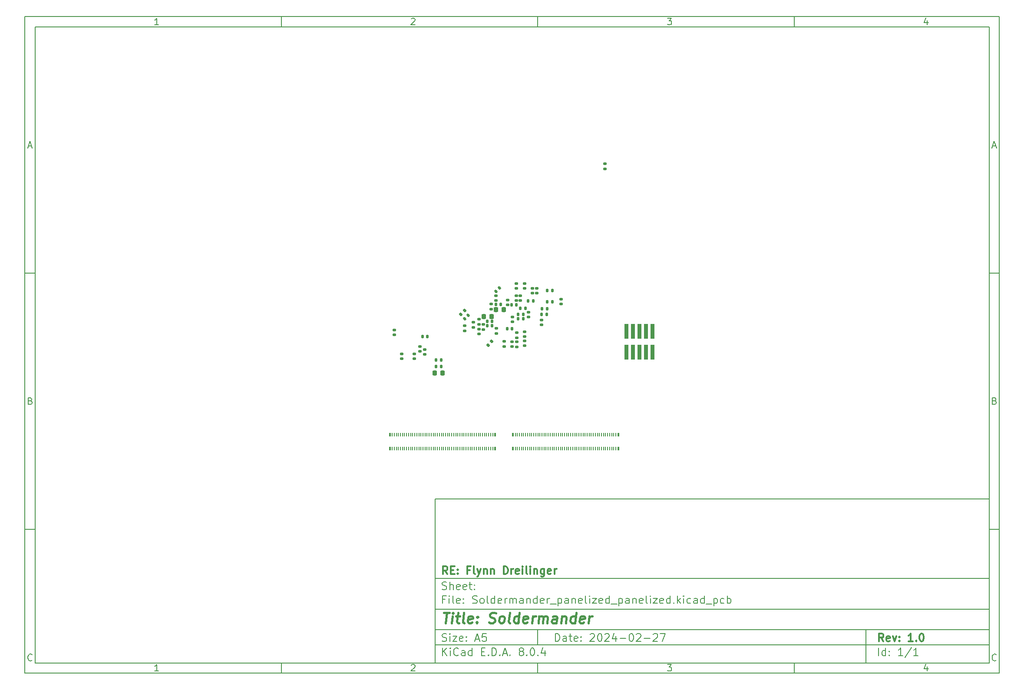
<source format=gbr>
%TF.GenerationSoftware,KiCad,Pcbnew,8.0.4*%
%TF.CreationDate,2024-07-26T00:04:38-07:00*%
%TF.ProjectId,Soldermander_panelized_panelized,536f6c64-6572-46d6-916e-6465725f7061,1.0*%
%TF.SameCoordinates,Original*%
%TF.FileFunction,Paste,Bot*%
%TF.FilePolarity,Positive*%
%FSLAX46Y46*%
G04 Gerber Fmt 4.6, Leading zero omitted, Abs format (unit mm)*
G04 Created by KiCad (PCBNEW 8.0.4) date 2024-07-26 00:04:38*
%MOMM*%
%LPD*%
G01*
G04 APERTURE LIST*
G04 Aperture macros list*
%AMRoundRect*
0 Rectangle with rounded corners*
0 $1 Rounding radius*
0 $2 $3 $4 $5 $6 $7 $8 $9 X,Y pos of 4 corners*
0 Add a 4 corners polygon primitive as box body*
4,1,4,$2,$3,$4,$5,$6,$7,$8,$9,$2,$3,0*
0 Add four circle primitives for the rounded corners*
1,1,$1+$1,$2,$3*
1,1,$1+$1,$4,$5*
1,1,$1+$1,$6,$7*
1,1,$1+$1,$8,$9*
0 Add four rect primitives between the rounded corners*
20,1,$1+$1,$2,$3,$4,$5,0*
20,1,$1+$1,$4,$5,$6,$7,0*
20,1,$1+$1,$6,$7,$8,$9,0*
20,1,$1+$1,$8,$9,$2,$3,0*%
G04 Aperture macros list end*
%ADD10C,0.100000*%
%ADD11C,0.150000*%
%ADD12C,0.300000*%
%ADD13C,0.400000*%
%ADD14C,0.010000*%
%ADD15RoundRect,0.140000X-0.140000X-0.170000X0.140000X-0.170000X0.140000X0.170000X-0.140000X0.170000X0*%
%ADD16RoundRect,0.140000X0.140000X0.170000X-0.140000X0.170000X-0.140000X-0.170000X0.140000X-0.170000X0*%
%ADD17RoundRect,0.140000X0.170000X-0.140000X0.170000X0.140000X-0.170000X0.140000X-0.170000X-0.140000X0*%
%ADD18RoundRect,0.140000X-0.170000X0.140000X-0.170000X-0.140000X0.170000X-0.140000X0.170000X0.140000X0*%
%ADD19RoundRect,0.147500X0.147500X0.172500X-0.147500X0.172500X-0.147500X-0.172500X0.147500X-0.172500X0*%
%ADD20RoundRect,0.147500X-0.147500X-0.172500X0.147500X-0.172500X0.147500X0.172500X-0.147500X0.172500X0*%
%ADD21R,0.740000X2.790000*%
%ADD22RoundRect,0.135000X-0.035355X0.226274X-0.226274X0.035355X0.035355X-0.226274X0.226274X-0.035355X0*%
%ADD23RoundRect,0.140000X0.021213X-0.219203X0.219203X-0.021213X-0.021213X0.219203X-0.219203X0.021213X0*%
%ADD24RoundRect,0.135000X-0.135000X-0.185000X0.135000X-0.185000X0.135000X0.185000X-0.135000X0.185000X0*%
%ADD25RoundRect,0.225000X-0.225000X-0.250000X0.225000X-0.250000X0.225000X0.250000X-0.225000X0.250000X0*%
%ADD26RoundRect,0.135000X-0.185000X0.135000X-0.185000X-0.135000X0.185000X-0.135000X0.185000X0.135000X0*%
%ADD27R,0.230000X0.660000*%
%ADD28R,0.350000X0.660000*%
%ADD29RoundRect,0.135000X0.185000X-0.135000X0.185000X0.135000X-0.185000X0.135000X-0.185000X-0.135000X0*%
%ADD30RoundRect,0.135000X0.035355X-0.226274X0.226274X-0.035355X-0.035355X0.226274X-0.226274X0.035355X0*%
%ADD31RoundRect,0.140000X-0.021213X0.219203X-0.219203X0.021213X0.021213X-0.219203X0.219203X-0.021213X0*%
%ADD32RoundRect,0.225000X0.225000X0.250000X-0.225000X0.250000X-0.225000X-0.250000X0.225000X-0.250000X0*%
G04 APERTURE END LIST*
D10*
D11*
X90007200Y-104005800D02*
X198007200Y-104005800D01*
X198007200Y-136005800D01*
X90007200Y-136005800D01*
X90007200Y-104005800D01*
D10*
D11*
X10000000Y-10000000D02*
X200007200Y-10000000D01*
X200007200Y-138005800D01*
X10000000Y-138005800D01*
X10000000Y-10000000D01*
D10*
D11*
X12000000Y-12000000D02*
X198007200Y-12000000D01*
X198007200Y-136005800D01*
X12000000Y-136005800D01*
X12000000Y-12000000D01*
D10*
D11*
X60000000Y-12000000D02*
X60000000Y-10000000D01*
D10*
D11*
X110000000Y-12000000D02*
X110000000Y-10000000D01*
D10*
D11*
X160000000Y-12000000D02*
X160000000Y-10000000D01*
D10*
D11*
X36089160Y-11593604D02*
X35346303Y-11593604D01*
X35717731Y-11593604D02*
X35717731Y-10293604D01*
X35717731Y-10293604D02*
X35593922Y-10479319D01*
X35593922Y-10479319D02*
X35470112Y-10603128D01*
X35470112Y-10603128D02*
X35346303Y-10665033D01*
D10*
D11*
X85346303Y-10417414D02*
X85408207Y-10355509D01*
X85408207Y-10355509D02*
X85532017Y-10293604D01*
X85532017Y-10293604D02*
X85841541Y-10293604D01*
X85841541Y-10293604D02*
X85965350Y-10355509D01*
X85965350Y-10355509D02*
X86027255Y-10417414D01*
X86027255Y-10417414D02*
X86089160Y-10541223D01*
X86089160Y-10541223D02*
X86089160Y-10665033D01*
X86089160Y-10665033D02*
X86027255Y-10850747D01*
X86027255Y-10850747D02*
X85284398Y-11593604D01*
X85284398Y-11593604D02*
X86089160Y-11593604D01*
D10*
D11*
X135284398Y-10293604D02*
X136089160Y-10293604D01*
X136089160Y-10293604D02*
X135655826Y-10788842D01*
X135655826Y-10788842D02*
X135841541Y-10788842D01*
X135841541Y-10788842D02*
X135965350Y-10850747D01*
X135965350Y-10850747D02*
X136027255Y-10912652D01*
X136027255Y-10912652D02*
X136089160Y-11036461D01*
X136089160Y-11036461D02*
X136089160Y-11345985D01*
X136089160Y-11345985D02*
X136027255Y-11469795D01*
X136027255Y-11469795D02*
X135965350Y-11531700D01*
X135965350Y-11531700D02*
X135841541Y-11593604D01*
X135841541Y-11593604D02*
X135470112Y-11593604D01*
X135470112Y-11593604D02*
X135346303Y-11531700D01*
X135346303Y-11531700D02*
X135284398Y-11469795D01*
D10*
D11*
X185965350Y-10726938D02*
X185965350Y-11593604D01*
X185655826Y-10231700D02*
X185346303Y-11160271D01*
X185346303Y-11160271D02*
X186151064Y-11160271D01*
D10*
D11*
X60000000Y-136005800D02*
X60000000Y-138005800D01*
D10*
D11*
X110000000Y-136005800D02*
X110000000Y-138005800D01*
D10*
D11*
X160000000Y-136005800D02*
X160000000Y-138005800D01*
D10*
D11*
X36089160Y-137599404D02*
X35346303Y-137599404D01*
X35717731Y-137599404D02*
X35717731Y-136299404D01*
X35717731Y-136299404D02*
X35593922Y-136485119D01*
X35593922Y-136485119D02*
X35470112Y-136608928D01*
X35470112Y-136608928D02*
X35346303Y-136670833D01*
D10*
D11*
X85346303Y-136423214D02*
X85408207Y-136361309D01*
X85408207Y-136361309D02*
X85532017Y-136299404D01*
X85532017Y-136299404D02*
X85841541Y-136299404D01*
X85841541Y-136299404D02*
X85965350Y-136361309D01*
X85965350Y-136361309D02*
X86027255Y-136423214D01*
X86027255Y-136423214D02*
X86089160Y-136547023D01*
X86089160Y-136547023D02*
X86089160Y-136670833D01*
X86089160Y-136670833D02*
X86027255Y-136856547D01*
X86027255Y-136856547D02*
X85284398Y-137599404D01*
X85284398Y-137599404D02*
X86089160Y-137599404D01*
D10*
D11*
X135284398Y-136299404D02*
X136089160Y-136299404D01*
X136089160Y-136299404D02*
X135655826Y-136794642D01*
X135655826Y-136794642D02*
X135841541Y-136794642D01*
X135841541Y-136794642D02*
X135965350Y-136856547D01*
X135965350Y-136856547D02*
X136027255Y-136918452D01*
X136027255Y-136918452D02*
X136089160Y-137042261D01*
X136089160Y-137042261D02*
X136089160Y-137351785D01*
X136089160Y-137351785D02*
X136027255Y-137475595D01*
X136027255Y-137475595D02*
X135965350Y-137537500D01*
X135965350Y-137537500D02*
X135841541Y-137599404D01*
X135841541Y-137599404D02*
X135470112Y-137599404D01*
X135470112Y-137599404D02*
X135346303Y-137537500D01*
X135346303Y-137537500D02*
X135284398Y-137475595D01*
D10*
D11*
X185965350Y-136732738D02*
X185965350Y-137599404D01*
X185655826Y-136237500D02*
X185346303Y-137166071D01*
X185346303Y-137166071D02*
X186151064Y-137166071D01*
D10*
D11*
X10000000Y-60000000D02*
X12000000Y-60000000D01*
D10*
D11*
X10000000Y-110000000D02*
X12000000Y-110000000D01*
D10*
D11*
X10690476Y-35222176D02*
X11309523Y-35222176D01*
X10566666Y-35593604D02*
X10999999Y-34293604D01*
X10999999Y-34293604D02*
X11433333Y-35593604D01*
D10*
D11*
X11092857Y-84912652D02*
X11278571Y-84974557D01*
X11278571Y-84974557D02*
X11340476Y-85036461D01*
X11340476Y-85036461D02*
X11402380Y-85160271D01*
X11402380Y-85160271D02*
X11402380Y-85345985D01*
X11402380Y-85345985D02*
X11340476Y-85469795D01*
X11340476Y-85469795D02*
X11278571Y-85531700D01*
X11278571Y-85531700D02*
X11154761Y-85593604D01*
X11154761Y-85593604D02*
X10659523Y-85593604D01*
X10659523Y-85593604D02*
X10659523Y-84293604D01*
X10659523Y-84293604D02*
X11092857Y-84293604D01*
X11092857Y-84293604D02*
X11216666Y-84355509D01*
X11216666Y-84355509D02*
X11278571Y-84417414D01*
X11278571Y-84417414D02*
X11340476Y-84541223D01*
X11340476Y-84541223D02*
X11340476Y-84665033D01*
X11340476Y-84665033D02*
X11278571Y-84788842D01*
X11278571Y-84788842D02*
X11216666Y-84850747D01*
X11216666Y-84850747D02*
X11092857Y-84912652D01*
X11092857Y-84912652D02*
X10659523Y-84912652D01*
D10*
D11*
X11402380Y-135469795D02*
X11340476Y-135531700D01*
X11340476Y-135531700D02*
X11154761Y-135593604D01*
X11154761Y-135593604D02*
X11030952Y-135593604D01*
X11030952Y-135593604D02*
X10845238Y-135531700D01*
X10845238Y-135531700D02*
X10721428Y-135407890D01*
X10721428Y-135407890D02*
X10659523Y-135284080D01*
X10659523Y-135284080D02*
X10597619Y-135036461D01*
X10597619Y-135036461D02*
X10597619Y-134850747D01*
X10597619Y-134850747D02*
X10659523Y-134603128D01*
X10659523Y-134603128D02*
X10721428Y-134479319D01*
X10721428Y-134479319D02*
X10845238Y-134355509D01*
X10845238Y-134355509D02*
X11030952Y-134293604D01*
X11030952Y-134293604D02*
X11154761Y-134293604D01*
X11154761Y-134293604D02*
X11340476Y-134355509D01*
X11340476Y-134355509D02*
X11402380Y-134417414D01*
D10*
D11*
X200007200Y-60000000D02*
X198007200Y-60000000D01*
D10*
D11*
X200007200Y-110000000D02*
X198007200Y-110000000D01*
D10*
D11*
X198697676Y-35222176D02*
X199316723Y-35222176D01*
X198573866Y-35593604D02*
X199007199Y-34293604D01*
X199007199Y-34293604D02*
X199440533Y-35593604D01*
D10*
D11*
X199100057Y-84912652D02*
X199285771Y-84974557D01*
X199285771Y-84974557D02*
X199347676Y-85036461D01*
X199347676Y-85036461D02*
X199409580Y-85160271D01*
X199409580Y-85160271D02*
X199409580Y-85345985D01*
X199409580Y-85345985D02*
X199347676Y-85469795D01*
X199347676Y-85469795D02*
X199285771Y-85531700D01*
X199285771Y-85531700D02*
X199161961Y-85593604D01*
X199161961Y-85593604D02*
X198666723Y-85593604D01*
X198666723Y-85593604D02*
X198666723Y-84293604D01*
X198666723Y-84293604D02*
X199100057Y-84293604D01*
X199100057Y-84293604D02*
X199223866Y-84355509D01*
X199223866Y-84355509D02*
X199285771Y-84417414D01*
X199285771Y-84417414D02*
X199347676Y-84541223D01*
X199347676Y-84541223D02*
X199347676Y-84665033D01*
X199347676Y-84665033D02*
X199285771Y-84788842D01*
X199285771Y-84788842D02*
X199223866Y-84850747D01*
X199223866Y-84850747D02*
X199100057Y-84912652D01*
X199100057Y-84912652D02*
X198666723Y-84912652D01*
D10*
D11*
X199409580Y-135469795D02*
X199347676Y-135531700D01*
X199347676Y-135531700D02*
X199161961Y-135593604D01*
X199161961Y-135593604D02*
X199038152Y-135593604D01*
X199038152Y-135593604D02*
X198852438Y-135531700D01*
X198852438Y-135531700D02*
X198728628Y-135407890D01*
X198728628Y-135407890D02*
X198666723Y-135284080D01*
X198666723Y-135284080D02*
X198604819Y-135036461D01*
X198604819Y-135036461D02*
X198604819Y-134850747D01*
X198604819Y-134850747D02*
X198666723Y-134603128D01*
X198666723Y-134603128D02*
X198728628Y-134479319D01*
X198728628Y-134479319D02*
X198852438Y-134355509D01*
X198852438Y-134355509D02*
X199038152Y-134293604D01*
X199038152Y-134293604D02*
X199161961Y-134293604D01*
X199161961Y-134293604D02*
X199347676Y-134355509D01*
X199347676Y-134355509D02*
X199409580Y-134417414D01*
D10*
D11*
X113463026Y-131791928D02*
X113463026Y-130291928D01*
X113463026Y-130291928D02*
X113820169Y-130291928D01*
X113820169Y-130291928D02*
X114034455Y-130363357D01*
X114034455Y-130363357D02*
X114177312Y-130506214D01*
X114177312Y-130506214D02*
X114248741Y-130649071D01*
X114248741Y-130649071D02*
X114320169Y-130934785D01*
X114320169Y-130934785D02*
X114320169Y-131149071D01*
X114320169Y-131149071D02*
X114248741Y-131434785D01*
X114248741Y-131434785D02*
X114177312Y-131577642D01*
X114177312Y-131577642D02*
X114034455Y-131720500D01*
X114034455Y-131720500D02*
X113820169Y-131791928D01*
X113820169Y-131791928D02*
X113463026Y-131791928D01*
X115605884Y-131791928D02*
X115605884Y-131006214D01*
X115605884Y-131006214D02*
X115534455Y-130863357D01*
X115534455Y-130863357D02*
X115391598Y-130791928D01*
X115391598Y-130791928D02*
X115105884Y-130791928D01*
X115105884Y-130791928D02*
X114963026Y-130863357D01*
X115605884Y-131720500D02*
X115463026Y-131791928D01*
X115463026Y-131791928D02*
X115105884Y-131791928D01*
X115105884Y-131791928D02*
X114963026Y-131720500D01*
X114963026Y-131720500D02*
X114891598Y-131577642D01*
X114891598Y-131577642D02*
X114891598Y-131434785D01*
X114891598Y-131434785D02*
X114963026Y-131291928D01*
X114963026Y-131291928D02*
X115105884Y-131220500D01*
X115105884Y-131220500D02*
X115463026Y-131220500D01*
X115463026Y-131220500D02*
X115605884Y-131149071D01*
X116105884Y-130791928D02*
X116677312Y-130791928D01*
X116320169Y-130291928D02*
X116320169Y-131577642D01*
X116320169Y-131577642D02*
X116391598Y-131720500D01*
X116391598Y-131720500D02*
X116534455Y-131791928D01*
X116534455Y-131791928D02*
X116677312Y-131791928D01*
X117748741Y-131720500D02*
X117605884Y-131791928D01*
X117605884Y-131791928D02*
X117320170Y-131791928D01*
X117320170Y-131791928D02*
X117177312Y-131720500D01*
X117177312Y-131720500D02*
X117105884Y-131577642D01*
X117105884Y-131577642D02*
X117105884Y-131006214D01*
X117105884Y-131006214D02*
X117177312Y-130863357D01*
X117177312Y-130863357D02*
X117320170Y-130791928D01*
X117320170Y-130791928D02*
X117605884Y-130791928D01*
X117605884Y-130791928D02*
X117748741Y-130863357D01*
X117748741Y-130863357D02*
X117820170Y-131006214D01*
X117820170Y-131006214D02*
X117820170Y-131149071D01*
X117820170Y-131149071D02*
X117105884Y-131291928D01*
X118463026Y-131649071D02*
X118534455Y-131720500D01*
X118534455Y-131720500D02*
X118463026Y-131791928D01*
X118463026Y-131791928D02*
X118391598Y-131720500D01*
X118391598Y-131720500D02*
X118463026Y-131649071D01*
X118463026Y-131649071D02*
X118463026Y-131791928D01*
X118463026Y-130863357D02*
X118534455Y-130934785D01*
X118534455Y-130934785D02*
X118463026Y-131006214D01*
X118463026Y-131006214D02*
X118391598Y-130934785D01*
X118391598Y-130934785D02*
X118463026Y-130863357D01*
X118463026Y-130863357D02*
X118463026Y-131006214D01*
X120248741Y-130434785D02*
X120320169Y-130363357D01*
X120320169Y-130363357D02*
X120463027Y-130291928D01*
X120463027Y-130291928D02*
X120820169Y-130291928D01*
X120820169Y-130291928D02*
X120963027Y-130363357D01*
X120963027Y-130363357D02*
X121034455Y-130434785D01*
X121034455Y-130434785D02*
X121105884Y-130577642D01*
X121105884Y-130577642D02*
X121105884Y-130720500D01*
X121105884Y-130720500D02*
X121034455Y-130934785D01*
X121034455Y-130934785D02*
X120177312Y-131791928D01*
X120177312Y-131791928D02*
X121105884Y-131791928D01*
X122034455Y-130291928D02*
X122177312Y-130291928D01*
X122177312Y-130291928D02*
X122320169Y-130363357D01*
X122320169Y-130363357D02*
X122391598Y-130434785D01*
X122391598Y-130434785D02*
X122463026Y-130577642D01*
X122463026Y-130577642D02*
X122534455Y-130863357D01*
X122534455Y-130863357D02*
X122534455Y-131220500D01*
X122534455Y-131220500D02*
X122463026Y-131506214D01*
X122463026Y-131506214D02*
X122391598Y-131649071D01*
X122391598Y-131649071D02*
X122320169Y-131720500D01*
X122320169Y-131720500D02*
X122177312Y-131791928D01*
X122177312Y-131791928D02*
X122034455Y-131791928D01*
X122034455Y-131791928D02*
X121891598Y-131720500D01*
X121891598Y-131720500D02*
X121820169Y-131649071D01*
X121820169Y-131649071D02*
X121748740Y-131506214D01*
X121748740Y-131506214D02*
X121677312Y-131220500D01*
X121677312Y-131220500D02*
X121677312Y-130863357D01*
X121677312Y-130863357D02*
X121748740Y-130577642D01*
X121748740Y-130577642D02*
X121820169Y-130434785D01*
X121820169Y-130434785D02*
X121891598Y-130363357D01*
X121891598Y-130363357D02*
X122034455Y-130291928D01*
X123105883Y-130434785D02*
X123177311Y-130363357D01*
X123177311Y-130363357D02*
X123320169Y-130291928D01*
X123320169Y-130291928D02*
X123677311Y-130291928D01*
X123677311Y-130291928D02*
X123820169Y-130363357D01*
X123820169Y-130363357D02*
X123891597Y-130434785D01*
X123891597Y-130434785D02*
X123963026Y-130577642D01*
X123963026Y-130577642D02*
X123963026Y-130720500D01*
X123963026Y-130720500D02*
X123891597Y-130934785D01*
X123891597Y-130934785D02*
X123034454Y-131791928D01*
X123034454Y-131791928D02*
X123963026Y-131791928D01*
X125248740Y-130791928D02*
X125248740Y-131791928D01*
X124891597Y-130220500D02*
X124534454Y-131291928D01*
X124534454Y-131291928D02*
X125463025Y-131291928D01*
X126034453Y-131220500D02*
X127177311Y-131220500D01*
X128177311Y-130291928D02*
X128320168Y-130291928D01*
X128320168Y-130291928D02*
X128463025Y-130363357D01*
X128463025Y-130363357D02*
X128534454Y-130434785D01*
X128534454Y-130434785D02*
X128605882Y-130577642D01*
X128605882Y-130577642D02*
X128677311Y-130863357D01*
X128677311Y-130863357D02*
X128677311Y-131220500D01*
X128677311Y-131220500D02*
X128605882Y-131506214D01*
X128605882Y-131506214D02*
X128534454Y-131649071D01*
X128534454Y-131649071D02*
X128463025Y-131720500D01*
X128463025Y-131720500D02*
X128320168Y-131791928D01*
X128320168Y-131791928D02*
X128177311Y-131791928D01*
X128177311Y-131791928D02*
X128034454Y-131720500D01*
X128034454Y-131720500D02*
X127963025Y-131649071D01*
X127963025Y-131649071D02*
X127891596Y-131506214D01*
X127891596Y-131506214D02*
X127820168Y-131220500D01*
X127820168Y-131220500D02*
X127820168Y-130863357D01*
X127820168Y-130863357D02*
X127891596Y-130577642D01*
X127891596Y-130577642D02*
X127963025Y-130434785D01*
X127963025Y-130434785D02*
X128034454Y-130363357D01*
X128034454Y-130363357D02*
X128177311Y-130291928D01*
X129248739Y-130434785D02*
X129320167Y-130363357D01*
X129320167Y-130363357D02*
X129463025Y-130291928D01*
X129463025Y-130291928D02*
X129820167Y-130291928D01*
X129820167Y-130291928D02*
X129963025Y-130363357D01*
X129963025Y-130363357D02*
X130034453Y-130434785D01*
X130034453Y-130434785D02*
X130105882Y-130577642D01*
X130105882Y-130577642D02*
X130105882Y-130720500D01*
X130105882Y-130720500D02*
X130034453Y-130934785D01*
X130034453Y-130934785D02*
X129177310Y-131791928D01*
X129177310Y-131791928D02*
X130105882Y-131791928D01*
X130748738Y-131220500D02*
X131891596Y-131220500D01*
X132534453Y-130434785D02*
X132605881Y-130363357D01*
X132605881Y-130363357D02*
X132748739Y-130291928D01*
X132748739Y-130291928D02*
X133105881Y-130291928D01*
X133105881Y-130291928D02*
X133248739Y-130363357D01*
X133248739Y-130363357D02*
X133320167Y-130434785D01*
X133320167Y-130434785D02*
X133391596Y-130577642D01*
X133391596Y-130577642D02*
X133391596Y-130720500D01*
X133391596Y-130720500D02*
X133320167Y-130934785D01*
X133320167Y-130934785D02*
X132463024Y-131791928D01*
X132463024Y-131791928D02*
X133391596Y-131791928D01*
X133891595Y-130291928D02*
X134891595Y-130291928D01*
X134891595Y-130291928D02*
X134248738Y-131791928D01*
D10*
D11*
X90007200Y-132505800D02*
X198007200Y-132505800D01*
D10*
D11*
X91463026Y-134591928D02*
X91463026Y-133091928D01*
X92320169Y-134591928D02*
X91677312Y-133734785D01*
X92320169Y-133091928D02*
X91463026Y-133949071D01*
X92963026Y-134591928D02*
X92963026Y-133591928D01*
X92963026Y-133091928D02*
X92891598Y-133163357D01*
X92891598Y-133163357D02*
X92963026Y-133234785D01*
X92963026Y-133234785D02*
X93034455Y-133163357D01*
X93034455Y-133163357D02*
X92963026Y-133091928D01*
X92963026Y-133091928D02*
X92963026Y-133234785D01*
X94534455Y-134449071D02*
X94463027Y-134520500D01*
X94463027Y-134520500D02*
X94248741Y-134591928D01*
X94248741Y-134591928D02*
X94105884Y-134591928D01*
X94105884Y-134591928D02*
X93891598Y-134520500D01*
X93891598Y-134520500D02*
X93748741Y-134377642D01*
X93748741Y-134377642D02*
X93677312Y-134234785D01*
X93677312Y-134234785D02*
X93605884Y-133949071D01*
X93605884Y-133949071D02*
X93605884Y-133734785D01*
X93605884Y-133734785D02*
X93677312Y-133449071D01*
X93677312Y-133449071D02*
X93748741Y-133306214D01*
X93748741Y-133306214D02*
X93891598Y-133163357D01*
X93891598Y-133163357D02*
X94105884Y-133091928D01*
X94105884Y-133091928D02*
X94248741Y-133091928D01*
X94248741Y-133091928D02*
X94463027Y-133163357D01*
X94463027Y-133163357D02*
X94534455Y-133234785D01*
X95820170Y-134591928D02*
X95820170Y-133806214D01*
X95820170Y-133806214D02*
X95748741Y-133663357D01*
X95748741Y-133663357D02*
X95605884Y-133591928D01*
X95605884Y-133591928D02*
X95320170Y-133591928D01*
X95320170Y-133591928D02*
X95177312Y-133663357D01*
X95820170Y-134520500D02*
X95677312Y-134591928D01*
X95677312Y-134591928D02*
X95320170Y-134591928D01*
X95320170Y-134591928D02*
X95177312Y-134520500D01*
X95177312Y-134520500D02*
X95105884Y-134377642D01*
X95105884Y-134377642D02*
X95105884Y-134234785D01*
X95105884Y-134234785D02*
X95177312Y-134091928D01*
X95177312Y-134091928D02*
X95320170Y-134020500D01*
X95320170Y-134020500D02*
X95677312Y-134020500D01*
X95677312Y-134020500D02*
X95820170Y-133949071D01*
X97177313Y-134591928D02*
X97177313Y-133091928D01*
X97177313Y-134520500D02*
X97034455Y-134591928D01*
X97034455Y-134591928D02*
X96748741Y-134591928D01*
X96748741Y-134591928D02*
X96605884Y-134520500D01*
X96605884Y-134520500D02*
X96534455Y-134449071D01*
X96534455Y-134449071D02*
X96463027Y-134306214D01*
X96463027Y-134306214D02*
X96463027Y-133877642D01*
X96463027Y-133877642D02*
X96534455Y-133734785D01*
X96534455Y-133734785D02*
X96605884Y-133663357D01*
X96605884Y-133663357D02*
X96748741Y-133591928D01*
X96748741Y-133591928D02*
X97034455Y-133591928D01*
X97034455Y-133591928D02*
X97177313Y-133663357D01*
X99034455Y-133806214D02*
X99534455Y-133806214D01*
X99748741Y-134591928D02*
X99034455Y-134591928D01*
X99034455Y-134591928D02*
X99034455Y-133091928D01*
X99034455Y-133091928D02*
X99748741Y-133091928D01*
X100391598Y-134449071D02*
X100463027Y-134520500D01*
X100463027Y-134520500D02*
X100391598Y-134591928D01*
X100391598Y-134591928D02*
X100320170Y-134520500D01*
X100320170Y-134520500D02*
X100391598Y-134449071D01*
X100391598Y-134449071D02*
X100391598Y-134591928D01*
X101105884Y-134591928D02*
X101105884Y-133091928D01*
X101105884Y-133091928D02*
X101463027Y-133091928D01*
X101463027Y-133091928D02*
X101677313Y-133163357D01*
X101677313Y-133163357D02*
X101820170Y-133306214D01*
X101820170Y-133306214D02*
X101891599Y-133449071D01*
X101891599Y-133449071D02*
X101963027Y-133734785D01*
X101963027Y-133734785D02*
X101963027Y-133949071D01*
X101963027Y-133949071D02*
X101891599Y-134234785D01*
X101891599Y-134234785D02*
X101820170Y-134377642D01*
X101820170Y-134377642D02*
X101677313Y-134520500D01*
X101677313Y-134520500D02*
X101463027Y-134591928D01*
X101463027Y-134591928D02*
X101105884Y-134591928D01*
X102605884Y-134449071D02*
X102677313Y-134520500D01*
X102677313Y-134520500D02*
X102605884Y-134591928D01*
X102605884Y-134591928D02*
X102534456Y-134520500D01*
X102534456Y-134520500D02*
X102605884Y-134449071D01*
X102605884Y-134449071D02*
X102605884Y-134591928D01*
X103248742Y-134163357D02*
X103963028Y-134163357D01*
X103105885Y-134591928D02*
X103605885Y-133091928D01*
X103605885Y-133091928D02*
X104105885Y-134591928D01*
X104605884Y-134449071D02*
X104677313Y-134520500D01*
X104677313Y-134520500D02*
X104605884Y-134591928D01*
X104605884Y-134591928D02*
X104534456Y-134520500D01*
X104534456Y-134520500D02*
X104605884Y-134449071D01*
X104605884Y-134449071D02*
X104605884Y-134591928D01*
X106677313Y-133734785D02*
X106534456Y-133663357D01*
X106534456Y-133663357D02*
X106463027Y-133591928D01*
X106463027Y-133591928D02*
X106391599Y-133449071D01*
X106391599Y-133449071D02*
X106391599Y-133377642D01*
X106391599Y-133377642D02*
X106463027Y-133234785D01*
X106463027Y-133234785D02*
X106534456Y-133163357D01*
X106534456Y-133163357D02*
X106677313Y-133091928D01*
X106677313Y-133091928D02*
X106963027Y-133091928D01*
X106963027Y-133091928D02*
X107105885Y-133163357D01*
X107105885Y-133163357D02*
X107177313Y-133234785D01*
X107177313Y-133234785D02*
X107248742Y-133377642D01*
X107248742Y-133377642D02*
X107248742Y-133449071D01*
X107248742Y-133449071D02*
X107177313Y-133591928D01*
X107177313Y-133591928D02*
X107105885Y-133663357D01*
X107105885Y-133663357D02*
X106963027Y-133734785D01*
X106963027Y-133734785D02*
X106677313Y-133734785D01*
X106677313Y-133734785D02*
X106534456Y-133806214D01*
X106534456Y-133806214D02*
X106463027Y-133877642D01*
X106463027Y-133877642D02*
X106391599Y-134020500D01*
X106391599Y-134020500D02*
X106391599Y-134306214D01*
X106391599Y-134306214D02*
X106463027Y-134449071D01*
X106463027Y-134449071D02*
X106534456Y-134520500D01*
X106534456Y-134520500D02*
X106677313Y-134591928D01*
X106677313Y-134591928D02*
X106963027Y-134591928D01*
X106963027Y-134591928D02*
X107105885Y-134520500D01*
X107105885Y-134520500D02*
X107177313Y-134449071D01*
X107177313Y-134449071D02*
X107248742Y-134306214D01*
X107248742Y-134306214D02*
X107248742Y-134020500D01*
X107248742Y-134020500D02*
X107177313Y-133877642D01*
X107177313Y-133877642D02*
X107105885Y-133806214D01*
X107105885Y-133806214D02*
X106963027Y-133734785D01*
X107891598Y-134449071D02*
X107963027Y-134520500D01*
X107963027Y-134520500D02*
X107891598Y-134591928D01*
X107891598Y-134591928D02*
X107820170Y-134520500D01*
X107820170Y-134520500D02*
X107891598Y-134449071D01*
X107891598Y-134449071D02*
X107891598Y-134591928D01*
X108891599Y-133091928D02*
X109034456Y-133091928D01*
X109034456Y-133091928D02*
X109177313Y-133163357D01*
X109177313Y-133163357D02*
X109248742Y-133234785D01*
X109248742Y-133234785D02*
X109320170Y-133377642D01*
X109320170Y-133377642D02*
X109391599Y-133663357D01*
X109391599Y-133663357D02*
X109391599Y-134020500D01*
X109391599Y-134020500D02*
X109320170Y-134306214D01*
X109320170Y-134306214D02*
X109248742Y-134449071D01*
X109248742Y-134449071D02*
X109177313Y-134520500D01*
X109177313Y-134520500D02*
X109034456Y-134591928D01*
X109034456Y-134591928D02*
X108891599Y-134591928D01*
X108891599Y-134591928D02*
X108748742Y-134520500D01*
X108748742Y-134520500D02*
X108677313Y-134449071D01*
X108677313Y-134449071D02*
X108605884Y-134306214D01*
X108605884Y-134306214D02*
X108534456Y-134020500D01*
X108534456Y-134020500D02*
X108534456Y-133663357D01*
X108534456Y-133663357D02*
X108605884Y-133377642D01*
X108605884Y-133377642D02*
X108677313Y-133234785D01*
X108677313Y-133234785D02*
X108748742Y-133163357D01*
X108748742Y-133163357D02*
X108891599Y-133091928D01*
X110034455Y-134449071D02*
X110105884Y-134520500D01*
X110105884Y-134520500D02*
X110034455Y-134591928D01*
X110034455Y-134591928D02*
X109963027Y-134520500D01*
X109963027Y-134520500D02*
X110034455Y-134449071D01*
X110034455Y-134449071D02*
X110034455Y-134591928D01*
X111391599Y-133591928D02*
X111391599Y-134591928D01*
X111034456Y-133020500D02*
X110677313Y-134091928D01*
X110677313Y-134091928D02*
X111605884Y-134091928D01*
D10*
D11*
X90007200Y-129505800D02*
X198007200Y-129505800D01*
D10*
D12*
X177418853Y-131784128D02*
X176918853Y-131069842D01*
X176561710Y-131784128D02*
X176561710Y-130284128D01*
X176561710Y-130284128D02*
X177133139Y-130284128D01*
X177133139Y-130284128D02*
X177275996Y-130355557D01*
X177275996Y-130355557D02*
X177347425Y-130426985D01*
X177347425Y-130426985D02*
X177418853Y-130569842D01*
X177418853Y-130569842D02*
X177418853Y-130784128D01*
X177418853Y-130784128D02*
X177347425Y-130926985D01*
X177347425Y-130926985D02*
X177275996Y-130998414D01*
X177275996Y-130998414D02*
X177133139Y-131069842D01*
X177133139Y-131069842D02*
X176561710Y-131069842D01*
X178633139Y-131712700D02*
X178490282Y-131784128D01*
X178490282Y-131784128D02*
X178204568Y-131784128D01*
X178204568Y-131784128D02*
X178061710Y-131712700D01*
X178061710Y-131712700D02*
X177990282Y-131569842D01*
X177990282Y-131569842D02*
X177990282Y-130998414D01*
X177990282Y-130998414D02*
X178061710Y-130855557D01*
X178061710Y-130855557D02*
X178204568Y-130784128D01*
X178204568Y-130784128D02*
X178490282Y-130784128D01*
X178490282Y-130784128D02*
X178633139Y-130855557D01*
X178633139Y-130855557D02*
X178704568Y-130998414D01*
X178704568Y-130998414D02*
X178704568Y-131141271D01*
X178704568Y-131141271D02*
X177990282Y-131284128D01*
X179204567Y-130784128D02*
X179561710Y-131784128D01*
X179561710Y-131784128D02*
X179918853Y-130784128D01*
X180490281Y-131641271D02*
X180561710Y-131712700D01*
X180561710Y-131712700D02*
X180490281Y-131784128D01*
X180490281Y-131784128D02*
X180418853Y-131712700D01*
X180418853Y-131712700D02*
X180490281Y-131641271D01*
X180490281Y-131641271D02*
X180490281Y-131784128D01*
X180490281Y-130855557D02*
X180561710Y-130926985D01*
X180561710Y-130926985D02*
X180490281Y-130998414D01*
X180490281Y-130998414D02*
X180418853Y-130926985D01*
X180418853Y-130926985D02*
X180490281Y-130855557D01*
X180490281Y-130855557D02*
X180490281Y-130998414D01*
X183133139Y-131784128D02*
X182275996Y-131784128D01*
X182704567Y-131784128D02*
X182704567Y-130284128D01*
X182704567Y-130284128D02*
X182561710Y-130498414D01*
X182561710Y-130498414D02*
X182418853Y-130641271D01*
X182418853Y-130641271D02*
X182275996Y-130712700D01*
X183775995Y-131641271D02*
X183847424Y-131712700D01*
X183847424Y-131712700D02*
X183775995Y-131784128D01*
X183775995Y-131784128D02*
X183704567Y-131712700D01*
X183704567Y-131712700D02*
X183775995Y-131641271D01*
X183775995Y-131641271D02*
X183775995Y-131784128D01*
X184775996Y-130284128D02*
X184918853Y-130284128D01*
X184918853Y-130284128D02*
X185061710Y-130355557D01*
X185061710Y-130355557D02*
X185133139Y-130426985D01*
X185133139Y-130426985D02*
X185204567Y-130569842D01*
X185204567Y-130569842D02*
X185275996Y-130855557D01*
X185275996Y-130855557D02*
X185275996Y-131212700D01*
X185275996Y-131212700D02*
X185204567Y-131498414D01*
X185204567Y-131498414D02*
X185133139Y-131641271D01*
X185133139Y-131641271D02*
X185061710Y-131712700D01*
X185061710Y-131712700D02*
X184918853Y-131784128D01*
X184918853Y-131784128D02*
X184775996Y-131784128D01*
X184775996Y-131784128D02*
X184633139Y-131712700D01*
X184633139Y-131712700D02*
X184561710Y-131641271D01*
X184561710Y-131641271D02*
X184490281Y-131498414D01*
X184490281Y-131498414D02*
X184418853Y-131212700D01*
X184418853Y-131212700D02*
X184418853Y-130855557D01*
X184418853Y-130855557D02*
X184490281Y-130569842D01*
X184490281Y-130569842D02*
X184561710Y-130426985D01*
X184561710Y-130426985D02*
X184633139Y-130355557D01*
X184633139Y-130355557D02*
X184775996Y-130284128D01*
D10*
D11*
X91391598Y-131720500D02*
X91605884Y-131791928D01*
X91605884Y-131791928D02*
X91963026Y-131791928D01*
X91963026Y-131791928D02*
X92105884Y-131720500D01*
X92105884Y-131720500D02*
X92177312Y-131649071D01*
X92177312Y-131649071D02*
X92248741Y-131506214D01*
X92248741Y-131506214D02*
X92248741Y-131363357D01*
X92248741Y-131363357D02*
X92177312Y-131220500D01*
X92177312Y-131220500D02*
X92105884Y-131149071D01*
X92105884Y-131149071D02*
X91963026Y-131077642D01*
X91963026Y-131077642D02*
X91677312Y-131006214D01*
X91677312Y-131006214D02*
X91534455Y-130934785D01*
X91534455Y-130934785D02*
X91463026Y-130863357D01*
X91463026Y-130863357D02*
X91391598Y-130720500D01*
X91391598Y-130720500D02*
X91391598Y-130577642D01*
X91391598Y-130577642D02*
X91463026Y-130434785D01*
X91463026Y-130434785D02*
X91534455Y-130363357D01*
X91534455Y-130363357D02*
X91677312Y-130291928D01*
X91677312Y-130291928D02*
X92034455Y-130291928D01*
X92034455Y-130291928D02*
X92248741Y-130363357D01*
X92891597Y-131791928D02*
X92891597Y-130791928D01*
X92891597Y-130291928D02*
X92820169Y-130363357D01*
X92820169Y-130363357D02*
X92891597Y-130434785D01*
X92891597Y-130434785D02*
X92963026Y-130363357D01*
X92963026Y-130363357D02*
X92891597Y-130291928D01*
X92891597Y-130291928D02*
X92891597Y-130434785D01*
X93463026Y-130791928D02*
X94248741Y-130791928D01*
X94248741Y-130791928D02*
X93463026Y-131791928D01*
X93463026Y-131791928D02*
X94248741Y-131791928D01*
X95391598Y-131720500D02*
X95248741Y-131791928D01*
X95248741Y-131791928D02*
X94963027Y-131791928D01*
X94963027Y-131791928D02*
X94820169Y-131720500D01*
X94820169Y-131720500D02*
X94748741Y-131577642D01*
X94748741Y-131577642D02*
X94748741Y-131006214D01*
X94748741Y-131006214D02*
X94820169Y-130863357D01*
X94820169Y-130863357D02*
X94963027Y-130791928D01*
X94963027Y-130791928D02*
X95248741Y-130791928D01*
X95248741Y-130791928D02*
X95391598Y-130863357D01*
X95391598Y-130863357D02*
X95463027Y-131006214D01*
X95463027Y-131006214D02*
X95463027Y-131149071D01*
X95463027Y-131149071D02*
X94748741Y-131291928D01*
X96105883Y-131649071D02*
X96177312Y-131720500D01*
X96177312Y-131720500D02*
X96105883Y-131791928D01*
X96105883Y-131791928D02*
X96034455Y-131720500D01*
X96034455Y-131720500D02*
X96105883Y-131649071D01*
X96105883Y-131649071D02*
X96105883Y-131791928D01*
X96105883Y-130863357D02*
X96177312Y-130934785D01*
X96177312Y-130934785D02*
X96105883Y-131006214D01*
X96105883Y-131006214D02*
X96034455Y-130934785D01*
X96034455Y-130934785D02*
X96105883Y-130863357D01*
X96105883Y-130863357D02*
X96105883Y-131006214D01*
X97891598Y-131363357D02*
X98605884Y-131363357D01*
X97748741Y-131791928D02*
X98248741Y-130291928D01*
X98248741Y-130291928D02*
X98748741Y-131791928D01*
X99963026Y-130291928D02*
X99248740Y-130291928D01*
X99248740Y-130291928D02*
X99177312Y-131006214D01*
X99177312Y-131006214D02*
X99248740Y-130934785D01*
X99248740Y-130934785D02*
X99391598Y-130863357D01*
X99391598Y-130863357D02*
X99748740Y-130863357D01*
X99748740Y-130863357D02*
X99891598Y-130934785D01*
X99891598Y-130934785D02*
X99963026Y-131006214D01*
X99963026Y-131006214D02*
X100034455Y-131149071D01*
X100034455Y-131149071D02*
X100034455Y-131506214D01*
X100034455Y-131506214D02*
X99963026Y-131649071D01*
X99963026Y-131649071D02*
X99891598Y-131720500D01*
X99891598Y-131720500D02*
X99748740Y-131791928D01*
X99748740Y-131791928D02*
X99391598Y-131791928D01*
X99391598Y-131791928D02*
X99248740Y-131720500D01*
X99248740Y-131720500D02*
X99177312Y-131649071D01*
D10*
D11*
X176463026Y-134591928D02*
X176463026Y-133091928D01*
X177820170Y-134591928D02*
X177820170Y-133091928D01*
X177820170Y-134520500D02*
X177677312Y-134591928D01*
X177677312Y-134591928D02*
X177391598Y-134591928D01*
X177391598Y-134591928D02*
X177248741Y-134520500D01*
X177248741Y-134520500D02*
X177177312Y-134449071D01*
X177177312Y-134449071D02*
X177105884Y-134306214D01*
X177105884Y-134306214D02*
X177105884Y-133877642D01*
X177105884Y-133877642D02*
X177177312Y-133734785D01*
X177177312Y-133734785D02*
X177248741Y-133663357D01*
X177248741Y-133663357D02*
X177391598Y-133591928D01*
X177391598Y-133591928D02*
X177677312Y-133591928D01*
X177677312Y-133591928D02*
X177820170Y-133663357D01*
X178534455Y-134449071D02*
X178605884Y-134520500D01*
X178605884Y-134520500D02*
X178534455Y-134591928D01*
X178534455Y-134591928D02*
X178463027Y-134520500D01*
X178463027Y-134520500D02*
X178534455Y-134449071D01*
X178534455Y-134449071D02*
X178534455Y-134591928D01*
X178534455Y-133663357D02*
X178605884Y-133734785D01*
X178605884Y-133734785D02*
X178534455Y-133806214D01*
X178534455Y-133806214D02*
X178463027Y-133734785D01*
X178463027Y-133734785D02*
X178534455Y-133663357D01*
X178534455Y-133663357D02*
X178534455Y-133806214D01*
X181177313Y-134591928D02*
X180320170Y-134591928D01*
X180748741Y-134591928D02*
X180748741Y-133091928D01*
X180748741Y-133091928D02*
X180605884Y-133306214D01*
X180605884Y-133306214D02*
X180463027Y-133449071D01*
X180463027Y-133449071D02*
X180320170Y-133520500D01*
X182891598Y-133020500D02*
X181605884Y-134949071D01*
X184177313Y-134591928D02*
X183320170Y-134591928D01*
X183748741Y-134591928D02*
X183748741Y-133091928D01*
X183748741Y-133091928D02*
X183605884Y-133306214D01*
X183605884Y-133306214D02*
X183463027Y-133449071D01*
X183463027Y-133449071D02*
X183320170Y-133520500D01*
D10*
D11*
X90007200Y-125505800D02*
X198007200Y-125505800D01*
D10*
D13*
X91698928Y-126210238D02*
X92841785Y-126210238D01*
X92020357Y-128210238D02*
X92270357Y-126210238D01*
X93258452Y-128210238D02*
X93425119Y-126876904D01*
X93508452Y-126210238D02*
X93401309Y-126305476D01*
X93401309Y-126305476D02*
X93484643Y-126400714D01*
X93484643Y-126400714D02*
X93591786Y-126305476D01*
X93591786Y-126305476D02*
X93508452Y-126210238D01*
X93508452Y-126210238D02*
X93484643Y-126400714D01*
X94091786Y-126876904D02*
X94853690Y-126876904D01*
X94460833Y-126210238D02*
X94246548Y-127924523D01*
X94246548Y-127924523D02*
X94317976Y-128115000D01*
X94317976Y-128115000D02*
X94496548Y-128210238D01*
X94496548Y-128210238D02*
X94687024Y-128210238D01*
X95639405Y-128210238D02*
X95460833Y-128115000D01*
X95460833Y-128115000D02*
X95389405Y-127924523D01*
X95389405Y-127924523D02*
X95603690Y-126210238D01*
X97175119Y-128115000D02*
X96972738Y-128210238D01*
X96972738Y-128210238D02*
X96591785Y-128210238D01*
X96591785Y-128210238D02*
X96413214Y-128115000D01*
X96413214Y-128115000D02*
X96341785Y-127924523D01*
X96341785Y-127924523D02*
X96437024Y-127162619D01*
X96437024Y-127162619D02*
X96556071Y-126972142D01*
X96556071Y-126972142D02*
X96758452Y-126876904D01*
X96758452Y-126876904D02*
X97139404Y-126876904D01*
X97139404Y-126876904D02*
X97317976Y-126972142D01*
X97317976Y-126972142D02*
X97389404Y-127162619D01*
X97389404Y-127162619D02*
X97365595Y-127353095D01*
X97365595Y-127353095D02*
X96389404Y-127543571D01*
X98139405Y-128019761D02*
X98222738Y-128115000D01*
X98222738Y-128115000D02*
X98115595Y-128210238D01*
X98115595Y-128210238D02*
X98032262Y-128115000D01*
X98032262Y-128115000D02*
X98139405Y-128019761D01*
X98139405Y-128019761D02*
X98115595Y-128210238D01*
X98270357Y-126972142D02*
X98353690Y-127067380D01*
X98353690Y-127067380D02*
X98246548Y-127162619D01*
X98246548Y-127162619D02*
X98163214Y-127067380D01*
X98163214Y-127067380D02*
X98270357Y-126972142D01*
X98270357Y-126972142D02*
X98246548Y-127162619D01*
X100508453Y-128115000D02*
X100782262Y-128210238D01*
X100782262Y-128210238D02*
X101258453Y-128210238D01*
X101258453Y-128210238D02*
X101460834Y-128115000D01*
X101460834Y-128115000D02*
X101567977Y-128019761D01*
X101567977Y-128019761D02*
X101687024Y-127829285D01*
X101687024Y-127829285D02*
X101710834Y-127638809D01*
X101710834Y-127638809D02*
X101639405Y-127448333D01*
X101639405Y-127448333D02*
X101556072Y-127353095D01*
X101556072Y-127353095D02*
X101377501Y-127257857D01*
X101377501Y-127257857D02*
X101008453Y-127162619D01*
X101008453Y-127162619D02*
X100829881Y-127067380D01*
X100829881Y-127067380D02*
X100746548Y-126972142D01*
X100746548Y-126972142D02*
X100675120Y-126781666D01*
X100675120Y-126781666D02*
X100698929Y-126591190D01*
X100698929Y-126591190D02*
X100817977Y-126400714D01*
X100817977Y-126400714D02*
X100925120Y-126305476D01*
X100925120Y-126305476D02*
X101127501Y-126210238D01*
X101127501Y-126210238D02*
X101603691Y-126210238D01*
X101603691Y-126210238D02*
X101877501Y-126305476D01*
X102782263Y-128210238D02*
X102603691Y-128115000D01*
X102603691Y-128115000D02*
X102520358Y-128019761D01*
X102520358Y-128019761D02*
X102448929Y-127829285D01*
X102448929Y-127829285D02*
X102520358Y-127257857D01*
X102520358Y-127257857D02*
X102639405Y-127067380D01*
X102639405Y-127067380D02*
X102746548Y-126972142D01*
X102746548Y-126972142D02*
X102948929Y-126876904D01*
X102948929Y-126876904D02*
X103234643Y-126876904D01*
X103234643Y-126876904D02*
X103413215Y-126972142D01*
X103413215Y-126972142D02*
X103496548Y-127067380D01*
X103496548Y-127067380D02*
X103567977Y-127257857D01*
X103567977Y-127257857D02*
X103496548Y-127829285D01*
X103496548Y-127829285D02*
X103377501Y-128019761D01*
X103377501Y-128019761D02*
X103270358Y-128115000D01*
X103270358Y-128115000D02*
X103067977Y-128210238D01*
X103067977Y-128210238D02*
X102782263Y-128210238D01*
X104591787Y-128210238D02*
X104413215Y-128115000D01*
X104413215Y-128115000D02*
X104341787Y-127924523D01*
X104341787Y-127924523D02*
X104556072Y-126210238D01*
X106210834Y-128210238D02*
X106460834Y-126210238D01*
X106222739Y-128115000D02*
X106020358Y-128210238D01*
X106020358Y-128210238D02*
X105639406Y-128210238D01*
X105639406Y-128210238D02*
X105460834Y-128115000D01*
X105460834Y-128115000D02*
X105377501Y-128019761D01*
X105377501Y-128019761D02*
X105306072Y-127829285D01*
X105306072Y-127829285D02*
X105377501Y-127257857D01*
X105377501Y-127257857D02*
X105496548Y-127067380D01*
X105496548Y-127067380D02*
X105603691Y-126972142D01*
X105603691Y-126972142D02*
X105806072Y-126876904D01*
X105806072Y-126876904D02*
X106187025Y-126876904D01*
X106187025Y-126876904D02*
X106365596Y-126972142D01*
X107937025Y-128115000D02*
X107734644Y-128210238D01*
X107734644Y-128210238D02*
X107353691Y-128210238D01*
X107353691Y-128210238D02*
X107175120Y-128115000D01*
X107175120Y-128115000D02*
X107103691Y-127924523D01*
X107103691Y-127924523D02*
X107198930Y-127162619D01*
X107198930Y-127162619D02*
X107317977Y-126972142D01*
X107317977Y-126972142D02*
X107520358Y-126876904D01*
X107520358Y-126876904D02*
X107901310Y-126876904D01*
X107901310Y-126876904D02*
X108079882Y-126972142D01*
X108079882Y-126972142D02*
X108151310Y-127162619D01*
X108151310Y-127162619D02*
X108127501Y-127353095D01*
X108127501Y-127353095D02*
X107151310Y-127543571D01*
X108877501Y-128210238D02*
X109044168Y-126876904D01*
X108996549Y-127257857D02*
X109115596Y-127067380D01*
X109115596Y-127067380D02*
X109222739Y-126972142D01*
X109222739Y-126972142D02*
X109425120Y-126876904D01*
X109425120Y-126876904D02*
X109615596Y-126876904D01*
X110115596Y-128210238D02*
X110282263Y-126876904D01*
X110258453Y-127067380D02*
X110365596Y-126972142D01*
X110365596Y-126972142D02*
X110567977Y-126876904D01*
X110567977Y-126876904D02*
X110853691Y-126876904D01*
X110853691Y-126876904D02*
X111032263Y-126972142D01*
X111032263Y-126972142D02*
X111103691Y-127162619D01*
X111103691Y-127162619D02*
X110972739Y-128210238D01*
X111103691Y-127162619D02*
X111222739Y-126972142D01*
X111222739Y-126972142D02*
X111425120Y-126876904D01*
X111425120Y-126876904D02*
X111710834Y-126876904D01*
X111710834Y-126876904D02*
X111889406Y-126972142D01*
X111889406Y-126972142D02*
X111960834Y-127162619D01*
X111960834Y-127162619D02*
X111829882Y-128210238D01*
X113639406Y-128210238D02*
X113770358Y-127162619D01*
X113770358Y-127162619D02*
X113698930Y-126972142D01*
X113698930Y-126972142D02*
X113520358Y-126876904D01*
X113520358Y-126876904D02*
X113139406Y-126876904D01*
X113139406Y-126876904D02*
X112937025Y-126972142D01*
X113651311Y-128115000D02*
X113448930Y-128210238D01*
X113448930Y-128210238D02*
X112972739Y-128210238D01*
X112972739Y-128210238D02*
X112794168Y-128115000D01*
X112794168Y-128115000D02*
X112722739Y-127924523D01*
X112722739Y-127924523D02*
X112746549Y-127734047D01*
X112746549Y-127734047D02*
X112865597Y-127543571D01*
X112865597Y-127543571D02*
X113067978Y-127448333D01*
X113067978Y-127448333D02*
X113544168Y-127448333D01*
X113544168Y-127448333D02*
X113746549Y-127353095D01*
X114758454Y-126876904D02*
X114591787Y-128210238D01*
X114734644Y-127067380D02*
X114841787Y-126972142D01*
X114841787Y-126972142D02*
X115044168Y-126876904D01*
X115044168Y-126876904D02*
X115329882Y-126876904D01*
X115329882Y-126876904D02*
X115508454Y-126972142D01*
X115508454Y-126972142D02*
X115579882Y-127162619D01*
X115579882Y-127162619D02*
X115448930Y-128210238D01*
X117258454Y-128210238D02*
X117508454Y-126210238D01*
X117270359Y-128115000D02*
X117067978Y-128210238D01*
X117067978Y-128210238D02*
X116687026Y-128210238D01*
X116687026Y-128210238D02*
X116508454Y-128115000D01*
X116508454Y-128115000D02*
X116425121Y-128019761D01*
X116425121Y-128019761D02*
X116353692Y-127829285D01*
X116353692Y-127829285D02*
X116425121Y-127257857D01*
X116425121Y-127257857D02*
X116544168Y-127067380D01*
X116544168Y-127067380D02*
X116651311Y-126972142D01*
X116651311Y-126972142D02*
X116853692Y-126876904D01*
X116853692Y-126876904D02*
X117234645Y-126876904D01*
X117234645Y-126876904D02*
X117413216Y-126972142D01*
X118984645Y-128115000D02*
X118782264Y-128210238D01*
X118782264Y-128210238D02*
X118401311Y-128210238D01*
X118401311Y-128210238D02*
X118222740Y-128115000D01*
X118222740Y-128115000D02*
X118151311Y-127924523D01*
X118151311Y-127924523D02*
X118246550Y-127162619D01*
X118246550Y-127162619D02*
X118365597Y-126972142D01*
X118365597Y-126972142D02*
X118567978Y-126876904D01*
X118567978Y-126876904D02*
X118948930Y-126876904D01*
X118948930Y-126876904D02*
X119127502Y-126972142D01*
X119127502Y-126972142D02*
X119198930Y-127162619D01*
X119198930Y-127162619D02*
X119175121Y-127353095D01*
X119175121Y-127353095D02*
X118198930Y-127543571D01*
X119925121Y-128210238D02*
X120091788Y-126876904D01*
X120044169Y-127257857D02*
X120163216Y-127067380D01*
X120163216Y-127067380D02*
X120270359Y-126972142D01*
X120270359Y-126972142D02*
X120472740Y-126876904D01*
X120472740Y-126876904D02*
X120663216Y-126876904D01*
D10*
D11*
X91963026Y-123606214D02*
X91463026Y-123606214D01*
X91463026Y-124391928D02*
X91463026Y-122891928D01*
X91463026Y-122891928D02*
X92177312Y-122891928D01*
X92748740Y-124391928D02*
X92748740Y-123391928D01*
X92748740Y-122891928D02*
X92677312Y-122963357D01*
X92677312Y-122963357D02*
X92748740Y-123034785D01*
X92748740Y-123034785D02*
X92820169Y-122963357D01*
X92820169Y-122963357D02*
X92748740Y-122891928D01*
X92748740Y-122891928D02*
X92748740Y-123034785D01*
X93677312Y-124391928D02*
X93534455Y-124320500D01*
X93534455Y-124320500D02*
X93463026Y-124177642D01*
X93463026Y-124177642D02*
X93463026Y-122891928D01*
X94820169Y-124320500D02*
X94677312Y-124391928D01*
X94677312Y-124391928D02*
X94391598Y-124391928D01*
X94391598Y-124391928D02*
X94248740Y-124320500D01*
X94248740Y-124320500D02*
X94177312Y-124177642D01*
X94177312Y-124177642D02*
X94177312Y-123606214D01*
X94177312Y-123606214D02*
X94248740Y-123463357D01*
X94248740Y-123463357D02*
X94391598Y-123391928D01*
X94391598Y-123391928D02*
X94677312Y-123391928D01*
X94677312Y-123391928D02*
X94820169Y-123463357D01*
X94820169Y-123463357D02*
X94891598Y-123606214D01*
X94891598Y-123606214D02*
X94891598Y-123749071D01*
X94891598Y-123749071D02*
X94177312Y-123891928D01*
X95534454Y-124249071D02*
X95605883Y-124320500D01*
X95605883Y-124320500D02*
X95534454Y-124391928D01*
X95534454Y-124391928D02*
X95463026Y-124320500D01*
X95463026Y-124320500D02*
X95534454Y-124249071D01*
X95534454Y-124249071D02*
X95534454Y-124391928D01*
X95534454Y-123463357D02*
X95605883Y-123534785D01*
X95605883Y-123534785D02*
X95534454Y-123606214D01*
X95534454Y-123606214D02*
X95463026Y-123534785D01*
X95463026Y-123534785D02*
X95534454Y-123463357D01*
X95534454Y-123463357D02*
X95534454Y-123606214D01*
X97320169Y-124320500D02*
X97534455Y-124391928D01*
X97534455Y-124391928D02*
X97891597Y-124391928D01*
X97891597Y-124391928D02*
X98034455Y-124320500D01*
X98034455Y-124320500D02*
X98105883Y-124249071D01*
X98105883Y-124249071D02*
X98177312Y-124106214D01*
X98177312Y-124106214D02*
X98177312Y-123963357D01*
X98177312Y-123963357D02*
X98105883Y-123820500D01*
X98105883Y-123820500D02*
X98034455Y-123749071D01*
X98034455Y-123749071D02*
X97891597Y-123677642D01*
X97891597Y-123677642D02*
X97605883Y-123606214D01*
X97605883Y-123606214D02*
X97463026Y-123534785D01*
X97463026Y-123534785D02*
X97391597Y-123463357D01*
X97391597Y-123463357D02*
X97320169Y-123320500D01*
X97320169Y-123320500D02*
X97320169Y-123177642D01*
X97320169Y-123177642D02*
X97391597Y-123034785D01*
X97391597Y-123034785D02*
X97463026Y-122963357D01*
X97463026Y-122963357D02*
X97605883Y-122891928D01*
X97605883Y-122891928D02*
X97963026Y-122891928D01*
X97963026Y-122891928D02*
X98177312Y-122963357D01*
X99034454Y-124391928D02*
X98891597Y-124320500D01*
X98891597Y-124320500D02*
X98820168Y-124249071D01*
X98820168Y-124249071D02*
X98748740Y-124106214D01*
X98748740Y-124106214D02*
X98748740Y-123677642D01*
X98748740Y-123677642D02*
X98820168Y-123534785D01*
X98820168Y-123534785D02*
X98891597Y-123463357D01*
X98891597Y-123463357D02*
X99034454Y-123391928D01*
X99034454Y-123391928D02*
X99248740Y-123391928D01*
X99248740Y-123391928D02*
X99391597Y-123463357D01*
X99391597Y-123463357D02*
X99463026Y-123534785D01*
X99463026Y-123534785D02*
X99534454Y-123677642D01*
X99534454Y-123677642D02*
X99534454Y-124106214D01*
X99534454Y-124106214D02*
X99463026Y-124249071D01*
X99463026Y-124249071D02*
X99391597Y-124320500D01*
X99391597Y-124320500D02*
X99248740Y-124391928D01*
X99248740Y-124391928D02*
X99034454Y-124391928D01*
X100391597Y-124391928D02*
X100248740Y-124320500D01*
X100248740Y-124320500D02*
X100177311Y-124177642D01*
X100177311Y-124177642D02*
X100177311Y-122891928D01*
X101605883Y-124391928D02*
X101605883Y-122891928D01*
X101605883Y-124320500D02*
X101463025Y-124391928D01*
X101463025Y-124391928D02*
X101177311Y-124391928D01*
X101177311Y-124391928D02*
X101034454Y-124320500D01*
X101034454Y-124320500D02*
X100963025Y-124249071D01*
X100963025Y-124249071D02*
X100891597Y-124106214D01*
X100891597Y-124106214D02*
X100891597Y-123677642D01*
X100891597Y-123677642D02*
X100963025Y-123534785D01*
X100963025Y-123534785D02*
X101034454Y-123463357D01*
X101034454Y-123463357D02*
X101177311Y-123391928D01*
X101177311Y-123391928D02*
X101463025Y-123391928D01*
X101463025Y-123391928D02*
X101605883Y-123463357D01*
X102891597Y-124320500D02*
X102748740Y-124391928D01*
X102748740Y-124391928D02*
X102463026Y-124391928D01*
X102463026Y-124391928D02*
X102320168Y-124320500D01*
X102320168Y-124320500D02*
X102248740Y-124177642D01*
X102248740Y-124177642D02*
X102248740Y-123606214D01*
X102248740Y-123606214D02*
X102320168Y-123463357D01*
X102320168Y-123463357D02*
X102463026Y-123391928D01*
X102463026Y-123391928D02*
X102748740Y-123391928D01*
X102748740Y-123391928D02*
X102891597Y-123463357D01*
X102891597Y-123463357D02*
X102963026Y-123606214D01*
X102963026Y-123606214D02*
X102963026Y-123749071D01*
X102963026Y-123749071D02*
X102248740Y-123891928D01*
X103605882Y-124391928D02*
X103605882Y-123391928D01*
X103605882Y-123677642D02*
X103677311Y-123534785D01*
X103677311Y-123534785D02*
X103748740Y-123463357D01*
X103748740Y-123463357D02*
X103891597Y-123391928D01*
X103891597Y-123391928D02*
X104034454Y-123391928D01*
X104534453Y-124391928D02*
X104534453Y-123391928D01*
X104534453Y-123534785D02*
X104605882Y-123463357D01*
X104605882Y-123463357D02*
X104748739Y-123391928D01*
X104748739Y-123391928D02*
X104963025Y-123391928D01*
X104963025Y-123391928D02*
X105105882Y-123463357D01*
X105105882Y-123463357D02*
X105177311Y-123606214D01*
X105177311Y-123606214D02*
X105177311Y-124391928D01*
X105177311Y-123606214D02*
X105248739Y-123463357D01*
X105248739Y-123463357D02*
X105391596Y-123391928D01*
X105391596Y-123391928D02*
X105605882Y-123391928D01*
X105605882Y-123391928D02*
X105748739Y-123463357D01*
X105748739Y-123463357D02*
X105820168Y-123606214D01*
X105820168Y-123606214D02*
X105820168Y-124391928D01*
X107177311Y-124391928D02*
X107177311Y-123606214D01*
X107177311Y-123606214D02*
X107105882Y-123463357D01*
X107105882Y-123463357D02*
X106963025Y-123391928D01*
X106963025Y-123391928D02*
X106677311Y-123391928D01*
X106677311Y-123391928D02*
X106534453Y-123463357D01*
X107177311Y-124320500D02*
X107034453Y-124391928D01*
X107034453Y-124391928D02*
X106677311Y-124391928D01*
X106677311Y-124391928D02*
X106534453Y-124320500D01*
X106534453Y-124320500D02*
X106463025Y-124177642D01*
X106463025Y-124177642D02*
X106463025Y-124034785D01*
X106463025Y-124034785D02*
X106534453Y-123891928D01*
X106534453Y-123891928D02*
X106677311Y-123820500D01*
X106677311Y-123820500D02*
X107034453Y-123820500D01*
X107034453Y-123820500D02*
X107177311Y-123749071D01*
X107891596Y-123391928D02*
X107891596Y-124391928D01*
X107891596Y-123534785D02*
X107963025Y-123463357D01*
X107963025Y-123463357D02*
X108105882Y-123391928D01*
X108105882Y-123391928D02*
X108320168Y-123391928D01*
X108320168Y-123391928D02*
X108463025Y-123463357D01*
X108463025Y-123463357D02*
X108534454Y-123606214D01*
X108534454Y-123606214D02*
X108534454Y-124391928D01*
X109891597Y-124391928D02*
X109891597Y-122891928D01*
X109891597Y-124320500D02*
X109748739Y-124391928D01*
X109748739Y-124391928D02*
X109463025Y-124391928D01*
X109463025Y-124391928D02*
X109320168Y-124320500D01*
X109320168Y-124320500D02*
X109248739Y-124249071D01*
X109248739Y-124249071D02*
X109177311Y-124106214D01*
X109177311Y-124106214D02*
X109177311Y-123677642D01*
X109177311Y-123677642D02*
X109248739Y-123534785D01*
X109248739Y-123534785D02*
X109320168Y-123463357D01*
X109320168Y-123463357D02*
X109463025Y-123391928D01*
X109463025Y-123391928D02*
X109748739Y-123391928D01*
X109748739Y-123391928D02*
X109891597Y-123463357D01*
X111177311Y-124320500D02*
X111034454Y-124391928D01*
X111034454Y-124391928D02*
X110748740Y-124391928D01*
X110748740Y-124391928D02*
X110605882Y-124320500D01*
X110605882Y-124320500D02*
X110534454Y-124177642D01*
X110534454Y-124177642D02*
X110534454Y-123606214D01*
X110534454Y-123606214D02*
X110605882Y-123463357D01*
X110605882Y-123463357D02*
X110748740Y-123391928D01*
X110748740Y-123391928D02*
X111034454Y-123391928D01*
X111034454Y-123391928D02*
X111177311Y-123463357D01*
X111177311Y-123463357D02*
X111248740Y-123606214D01*
X111248740Y-123606214D02*
X111248740Y-123749071D01*
X111248740Y-123749071D02*
X110534454Y-123891928D01*
X111891596Y-124391928D02*
X111891596Y-123391928D01*
X111891596Y-123677642D02*
X111963025Y-123534785D01*
X111963025Y-123534785D02*
X112034454Y-123463357D01*
X112034454Y-123463357D02*
X112177311Y-123391928D01*
X112177311Y-123391928D02*
X112320168Y-123391928D01*
X112463025Y-124534785D02*
X113605882Y-124534785D01*
X113963024Y-123391928D02*
X113963024Y-124891928D01*
X113963024Y-123463357D02*
X114105882Y-123391928D01*
X114105882Y-123391928D02*
X114391596Y-123391928D01*
X114391596Y-123391928D02*
X114534453Y-123463357D01*
X114534453Y-123463357D02*
X114605882Y-123534785D01*
X114605882Y-123534785D02*
X114677310Y-123677642D01*
X114677310Y-123677642D02*
X114677310Y-124106214D01*
X114677310Y-124106214D02*
X114605882Y-124249071D01*
X114605882Y-124249071D02*
X114534453Y-124320500D01*
X114534453Y-124320500D02*
X114391596Y-124391928D01*
X114391596Y-124391928D02*
X114105882Y-124391928D01*
X114105882Y-124391928D02*
X113963024Y-124320500D01*
X115963025Y-124391928D02*
X115963025Y-123606214D01*
X115963025Y-123606214D02*
X115891596Y-123463357D01*
X115891596Y-123463357D02*
X115748739Y-123391928D01*
X115748739Y-123391928D02*
X115463025Y-123391928D01*
X115463025Y-123391928D02*
X115320167Y-123463357D01*
X115963025Y-124320500D02*
X115820167Y-124391928D01*
X115820167Y-124391928D02*
X115463025Y-124391928D01*
X115463025Y-124391928D02*
X115320167Y-124320500D01*
X115320167Y-124320500D02*
X115248739Y-124177642D01*
X115248739Y-124177642D02*
X115248739Y-124034785D01*
X115248739Y-124034785D02*
X115320167Y-123891928D01*
X115320167Y-123891928D02*
X115463025Y-123820500D01*
X115463025Y-123820500D02*
X115820167Y-123820500D01*
X115820167Y-123820500D02*
X115963025Y-123749071D01*
X116677310Y-123391928D02*
X116677310Y-124391928D01*
X116677310Y-123534785D02*
X116748739Y-123463357D01*
X116748739Y-123463357D02*
X116891596Y-123391928D01*
X116891596Y-123391928D02*
X117105882Y-123391928D01*
X117105882Y-123391928D02*
X117248739Y-123463357D01*
X117248739Y-123463357D02*
X117320168Y-123606214D01*
X117320168Y-123606214D02*
X117320168Y-124391928D01*
X118605882Y-124320500D02*
X118463025Y-124391928D01*
X118463025Y-124391928D02*
X118177311Y-124391928D01*
X118177311Y-124391928D02*
X118034453Y-124320500D01*
X118034453Y-124320500D02*
X117963025Y-124177642D01*
X117963025Y-124177642D02*
X117963025Y-123606214D01*
X117963025Y-123606214D02*
X118034453Y-123463357D01*
X118034453Y-123463357D02*
X118177311Y-123391928D01*
X118177311Y-123391928D02*
X118463025Y-123391928D01*
X118463025Y-123391928D02*
X118605882Y-123463357D01*
X118605882Y-123463357D02*
X118677311Y-123606214D01*
X118677311Y-123606214D02*
X118677311Y-123749071D01*
X118677311Y-123749071D02*
X117963025Y-123891928D01*
X119534453Y-124391928D02*
X119391596Y-124320500D01*
X119391596Y-124320500D02*
X119320167Y-124177642D01*
X119320167Y-124177642D02*
X119320167Y-122891928D01*
X120105881Y-124391928D02*
X120105881Y-123391928D01*
X120105881Y-122891928D02*
X120034453Y-122963357D01*
X120034453Y-122963357D02*
X120105881Y-123034785D01*
X120105881Y-123034785D02*
X120177310Y-122963357D01*
X120177310Y-122963357D02*
X120105881Y-122891928D01*
X120105881Y-122891928D02*
X120105881Y-123034785D01*
X120677310Y-123391928D02*
X121463025Y-123391928D01*
X121463025Y-123391928D02*
X120677310Y-124391928D01*
X120677310Y-124391928D02*
X121463025Y-124391928D01*
X122605882Y-124320500D02*
X122463025Y-124391928D01*
X122463025Y-124391928D02*
X122177311Y-124391928D01*
X122177311Y-124391928D02*
X122034453Y-124320500D01*
X122034453Y-124320500D02*
X121963025Y-124177642D01*
X121963025Y-124177642D02*
X121963025Y-123606214D01*
X121963025Y-123606214D02*
X122034453Y-123463357D01*
X122034453Y-123463357D02*
X122177311Y-123391928D01*
X122177311Y-123391928D02*
X122463025Y-123391928D01*
X122463025Y-123391928D02*
X122605882Y-123463357D01*
X122605882Y-123463357D02*
X122677311Y-123606214D01*
X122677311Y-123606214D02*
X122677311Y-123749071D01*
X122677311Y-123749071D02*
X121963025Y-123891928D01*
X123963025Y-124391928D02*
X123963025Y-122891928D01*
X123963025Y-124320500D02*
X123820167Y-124391928D01*
X123820167Y-124391928D02*
X123534453Y-124391928D01*
X123534453Y-124391928D02*
X123391596Y-124320500D01*
X123391596Y-124320500D02*
X123320167Y-124249071D01*
X123320167Y-124249071D02*
X123248739Y-124106214D01*
X123248739Y-124106214D02*
X123248739Y-123677642D01*
X123248739Y-123677642D02*
X123320167Y-123534785D01*
X123320167Y-123534785D02*
X123391596Y-123463357D01*
X123391596Y-123463357D02*
X123534453Y-123391928D01*
X123534453Y-123391928D02*
X123820167Y-123391928D01*
X123820167Y-123391928D02*
X123963025Y-123463357D01*
X124320168Y-124534785D02*
X125463025Y-124534785D01*
X125820167Y-123391928D02*
X125820167Y-124891928D01*
X125820167Y-123463357D02*
X125963025Y-123391928D01*
X125963025Y-123391928D02*
X126248739Y-123391928D01*
X126248739Y-123391928D02*
X126391596Y-123463357D01*
X126391596Y-123463357D02*
X126463025Y-123534785D01*
X126463025Y-123534785D02*
X126534453Y-123677642D01*
X126534453Y-123677642D02*
X126534453Y-124106214D01*
X126534453Y-124106214D02*
X126463025Y-124249071D01*
X126463025Y-124249071D02*
X126391596Y-124320500D01*
X126391596Y-124320500D02*
X126248739Y-124391928D01*
X126248739Y-124391928D02*
X125963025Y-124391928D01*
X125963025Y-124391928D02*
X125820167Y-124320500D01*
X127820168Y-124391928D02*
X127820168Y-123606214D01*
X127820168Y-123606214D02*
X127748739Y-123463357D01*
X127748739Y-123463357D02*
X127605882Y-123391928D01*
X127605882Y-123391928D02*
X127320168Y-123391928D01*
X127320168Y-123391928D02*
X127177310Y-123463357D01*
X127820168Y-124320500D02*
X127677310Y-124391928D01*
X127677310Y-124391928D02*
X127320168Y-124391928D01*
X127320168Y-124391928D02*
X127177310Y-124320500D01*
X127177310Y-124320500D02*
X127105882Y-124177642D01*
X127105882Y-124177642D02*
X127105882Y-124034785D01*
X127105882Y-124034785D02*
X127177310Y-123891928D01*
X127177310Y-123891928D02*
X127320168Y-123820500D01*
X127320168Y-123820500D02*
X127677310Y-123820500D01*
X127677310Y-123820500D02*
X127820168Y-123749071D01*
X128534453Y-123391928D02*
X128534453Y-124391928D01*
X128534453Y-123534785D02*
X128605882Y-123463357D01*
X128605882Y-123463357D02*
X128748739Y-123391928D01*
X128748739Y-123391928D02*
X128963025Y-123391928D01*
X128963025Y-123391928D02*
X129105882Y-123463357D01*
X129105882Y-123463357D02*
X129177311Y-123606214D01*
X129177311Y-123606214D02*
X129177311Y-124391928D01*
X130463025Y-124320500D02*
X130320168Y-124391928D01*
X130320168Y-124391928D02*
X130034454Y-124391928D01*
X130034454Y-124391928D02*
X129891596Y-124320500D01*
X129891596Y-124320500D02*
X129820168Y-124177642D01*
X129820168Y-124177642D02*
X129820168Y-123606214D01*
X129820168Y-123606214D02*
X129891596Y-123463357D01*
X129891596Y-123463357D02*
X130034454Y-123391928D01*
X130034454Y-123391928D02*
X130320168Y-123391928D01*
X130320168Y-123391928D02*
X130463025Y-123463357D01*
X130463025Y-123463357D02*
X130534454Y-123606214D01*
X130534454Y-123606214D02*
X130534454Y-123749071D01*
X130534454Y-123749071D02*
X129820168Y-123891928D01*
X131391596Y-124391928D02*
X131248739Y-124320500D01*
X131248739Y-124320500D02*
X131177310Y-124177642D01*
X131177310Y-124177642D02*
X131177310Y-122891928D01*
X131963024Y-124391928D02*
X131963024Y-123391928D01*
X131963024Y-122891928D02*
X131891596Y-122963357D01*
X131891596Y-122963357D02*
X131963024Y-123034785D01*
X131963024Y-123034785D02*
X132034453Y-122963357D01*
X132034453Y-122963357D02*
X131963024Y-122891928D01*
X131963024Y-122891928D02*
X131963024Y-123034785D01*
X132534453Y-123391928D02*
X133320168Y-123391928D01*
X133320168Y-123391928D02*
X132534453Y-124391928D01*
X132534453Y-124391928D02*
X133320168Y-124391928D01*
X134463025Y-124320500D02*
X134320168Y-124391928D01*
X134320168Y-124391928D02*
X134034454Y-124391928D01*
X134034454Y-124391928D02*
X133891596Y-124320500D01*
X133891596Y-124320500D02*
X133820168Y-124177642D01*
X133820168Y-124177642D02*
X133820168Y-123606214D01*
X133820168Y-123606214D02*
X133891596Y-123463357D01*
X133891596Y-123463357D02*
X134034454Y-123391928D01*
X134034454Y-123391928D02*
X134320168Y-123391928D01*
X134320168Y-123391928D02*
X134463025Y-123463357D01*
X134463025Y-123463357D02*
X134534454Y-123606214D01*
X134534454Y-123606214D02*
X134534454Y-123749071D01*
X134534454Y-123749071D02*
X133820168Y-123891928D01*
X135820168Y-124391928D02*
X135820168Y-122891928D01*
X135820168Y-124320500D02*
X135677310Y-124391928D01*
X135677310Y-124391928D02*
X135391596Y-124391928D01*
X135391596Y-124391928D02*
X135248739Y-124320500D01*
X135248739Y-124320500D02*
X135177310Y-124249071D01*
X135177310Y-124249071D02*
X135105882Y-124106214D01*
X135105882Y-124106214D02*
X135105882Y-123677642D01*
X135105882Y-123677642D02*
X135177310Y-123534785D01*
X135177310Y-123534785D02*
X135248739Y-123463357D01*
X135248739Y-123463357D02*
X135391596Y-123391928D01*
X135391596Y-123391928D02*
X135677310Y-123391928D01*
X135677310Y-123391928D02*
X135820168Y-123463357D01*
X136534453Y-124249071D02*
X136605882Y-124320500D01*
X136605882Y-124320500D02*
X136534453Y-124391928D01*
X136534453Y-124391928D02*
X136463025Y-124320500D01*
X136463025Y-124320500D02*
X136534453Y-124249071D01*
X136534453Y-124249071D02*
X136534453Y-124391928D01*
X137248739Y-124391928D02*
X137248739Y-122891928D01*
X137391597Y-123820500D02*
X137820168Y-124391928D01*
X137820168Y-123391928D02*
X137248739Y-123963357D01*
X138463025Y-124391928D02*
X138463025Y-123391928D01*
X138463025Y-122891928D02*
X138391597Y-122963357D01*
X138391597Y-122963357D02*
X138463025Y-123034785D01*
X138463025Y-123034785D02*
X138534454Y-122963357D01*
X138534454Y-122963357D02*
X138463025Y-122891928D01*
X138463025Y-122891928D02*
X138463025Y-123034785D01*
X139820169Y-124320500D02*
X139677311Y-124391928D01*
X139677311Y-124391928D02*
X139391597Y-124391928D01*
X139391597Y-124391928D02*
X139248740Y-124320500D01*
X139248740Y-124320500D02*
X139177311Y-124249071D01*
X139177311Y-124249071D02*
X139105883Y-124106214D01*
X139105883Y-124106214D02*
X139105883Y-123677642D01*
X139105883Y-123677642D02*
X139177311Y-123534785D01*
X139177311Y-123534785D02*
X139248740Y-123463357D01*
X139248740Y-123463357D02*
X139391597Y-123391928D01*
X139391597Y-123391928D02*
X139677311Y-123391928D01*
X139677311Y-123391928D02*
X139820169Y-123463357D01*
X141105883Y-124391928D02*
X141105883Y-123606214D01*
X141105883Y-123606214D02*
X141034454Y-123463357D01*
X141034454Y-123463357D02*
X140891597Y-123391928D01*
X140891597Y-123391928D02*
X140605883Y-123391928D01*
X140605883Y-123391928D02*
X140463025Y-123463357D01*
X141105883Y-124320500D02*
X140963025Y-124391928D01*
X140963025Y-124391928D02*
X140605883Y-124391928D01*
X140605883Y-124391928D02*
X140463025Y-124320500D01*
X140463025Y-124320500D02*
X140391597Y-124177642D01*
X140391597Y-124177642D02*
X140391597Y-124034785D01*
X140391597Y-124034785D02*
X140463025Y-123891928D01*
X140463025Y-123891928D02*
X140605883Y-123820500D01*
X140605883Y-123820500D02*
X140963025Y-123820500D01*
X140963025Y-123820500D02*
X141105883Y-123749071D01*
X142463026Y-124391928D02*
X142463026Y-122891928D01*
X142463026Y-124320500D02*
X142320168Y-124391928D01*
X142320168Y-124391928D02*
X142034454Y-124391928D01*
X142034454Y-124391928D02*
X141891597Y-124320500D01*
X141891597Y-124320500D02*
X141820168Y-124249071D01*
X141820168Y-124249071D02*
X141748740Y-124106214D01*
X141748740Y-124106214D02*
X141748740Y-123677642D01*
X141748740Y-123677642D02*
X141820168Y-123534785D01*
X141820168Y-123534785D02*
X141891597Y-123463357D01*
X141891597Y-123463357D02*
X142034454Y-123391928D01*
X142034454Y-123391928D02*
X142320168Y-123391928D01*
X142320168Y-123391928D02*
X142463026Y-123463357D01*
X142820169Y-124534785D02*
X143963026Y-124534785D01*
X144320168Y-123391928D02*
X144320168Y-124891928D01*
X144320168Y-123463357D02*
X144463026Y-123391928D01*
X144463026Y-123391928D02*
X144748740Y-123391928D01*
X144748740Y-123391928D02*
X144891597Y-123463357D01*
X144891597Y-123463357D02*
X144963026Y-123534785D01*
X144963026Y-123534785D02*
X145034454Y-123677642D01*
X145034454Y-123677642D02*
X145034454Y-124106214D01*
X145034454Y-124106214D02*
X144963026Y-124249071D01*
X144963026Y-124249071D02*
X144891597Y-124320500D01*
X144891597Y-124320500D02*
X144748740Y-124391928D01*
X144748740Y-124391928D02*
X144463026Y-124391928D01*
X144463026Y-124391928D02*
X144320168Y-124320500D01*
X146320169Y-124320500D02*
X146177311Y-124391928D01*
X146177311Y-124391928D02*
X145891597Y-124391928D01*
X145891597Y-124391928D02*
X145748740Y-124320500D01*
X145748740Y-124320500D02*
X145677311Y-124249071D01*
X145677311Y-124249071D02*
X145605883Y-124106214D01*
X145605883Y-124106214D02*
X145605883Y-123677642D01*
X145605883Y-123677642D02*
X145677311Y-123534785D01*
X145677311Y-123534785D02*
X145748740Y-123463357D01*
X145748740Y-123463357D02*
X145891597Y-123391928D01*
X145891597Y-123391928D02*
X146177311Y-123391928D01*
X146177311Y-123391928D02*
X146320169Y-123463357D01*
X146963025Y-124391928D02*
X146963025Y-122891928D01*
X146963025Y-123463357D02*
X147105883Y-123391928D01*
X147105883Y-123391928D02*
X147391597Y-123391928D01*
X147391597Y-123391928D02*
X147534454Y-123463357D01*
X147534454Y-123463357D02*
X147605883Y-123534785D01*
X147605883Y-123534785D02*
X147677311Y-123677642D01*
X147677311Y-123677642D02*
X147677311Y-124106214D01*
X147677311Y-124106214D02*
X147605883Y-124249071D01*
X147605883Y-124249071D02*
X147534454Y-124320500D01*
X147534454Y-124320500D02*
X147391597Y-124391928D01*
X147391597Y-124391928D02*
X147105883Y-124391928D01*
X147105883Y-124391928D02*
X146963025Y-124320500D01*
D10*
D11*
X90007200Y-119505800D02*
X198007200Y-119505800D01*
D10*
D11*
X91391598Y-121620500D02*
X91605884Y-121691928D01*
X91605884Y-121691928D02*
X91963026Y-121691928D01*
X91963026Y-121691928D02*
X92105884Y-121620500D01*
X92105884Y-121620500D02*
X92177312Y-121549071D01*
X92177312Y-121549071D02*
X92248741Y-121406214D01*
X92248741Y-121406214D02*
X92248741Y-121263357D01*
X92248741Y-121263357D02*
X92177312Y-121120500D01*
X92177312Y-121120500D02*
X92105884Y-121049071D01*
X92105884Y-121049071D02*
X91963026Y-120977642D01*
X91963026Y-120977642D02*
X91677312Y-120906214D01*
X91677312Y-120906214D02*
X91534455Y-120834785D01*
X91534455Y-120834785D02*
X91463026Y-120763357D01*
X91463026Y-120763357D02*
X91391598Y-120620500D01*
X91391598Y-120620500D02*
X91391598Y-120477642D01*
X91391598Y-120477642D02*
X91463026Y-120334785D01*
X91463026Y-120334785D02*
X91534455Y-120263357D01*
X91534455Y-120263357D02*
X91677312Y-120191928D01*
X91677312Y-120191928D02*
X92034455Y-120191928D01*
X92034455Y-120191928D02*
X92248741Y-120263357D01*
X92891597Y-121691928D02*
X92891597Y-120191928D01*
X93534455Y-121691928D02*
X93534455Y-120906214D01*
X93534455Y-120906214D02*
X93463026Y-120763357D01*
X93463026Y-120763357D02*
X93320169Y-120691928D01*
X93320169Y-120691928D02*
X93105883Y-120691928D01*
X93105883Y-120691928D02*
X92963026Y-120763357D01*
X92963026Y-120763357D02*
X92891597Y-120834785D01*
X94820169Y-121620500D02*
X94677312Y-121691928D01*
X94677312Y-121691928D02*
X94391598Y-121691928D01*
X94391598Y-121691928D02*
X94248740Y-121620500D01*
X94248740Y-121620500D02*
X94177312Y-121477642D01*
X94177312Y-121477642D02*
X94177312Y-120906214D01*
X94177312Y-120906214D02*
X94248740Y-120763357D01*
X94248740Y-120763357D02*
X94391598Y-120691928D01*
X94391598Y-120691928D02*
X94677312Y-120691928D01*
X94677312Y-120691928D02*
X94820169Y-120763357D01*
X94820169Y-120763357D02*
X94891598Y-120906214D01*
X94891598Y-120906214D02*
X94891598Y-121049071D01*
X94891598Y-121049071D02*
X94177312Y-121191928D01*
X96105883Y-121620500D02*
X95963026Y-121691928D01*
X95963026Y-121691928D02*
X95677312Y-121691928D01*
X95677312Y-121691928D02*
X95534454Y-121620500D01*
X95534454Y-121620500D02*
X95463026Y-121477642D01*
X95463026Y-121477642D02*
X95463026Y-120906214D01*
X95463026Y-120906214D02*
X95534454Y-120763357D01*
X95534454Y-120763357D02*
X95677312Y-120691928D01*
X95677312Y-120691928D02*
X95963026Y-120691928D01*
X95963026Y-120691928D02*
X96105883Y-120763357D01*
X96105883Y-120763357D02*
X96177312Y-120906214D01*
X96177312Y-120906214D02*
X96177312Y-121049071D01*
X96177312Y-121049071D02*
X95463026Y-121191928D01*
X96605883Y-120691928D02*
X97177311Y-120691928D01*
X96820168Y-120191928D02*
X96820168Y-121477642D01*
X96820168Y-121477642D02*
X96891597Y-121620500D01*
X96891597Y-121620500D02*
X97034454Y-121691928D01*
X97034454Y-121691928D02*
X97177311Y-121691928D01*
X97677311Y-121549071D02*
X97748740Y-121620500D01*
X97748740Y-121620500D02*
X97677311Y-121691928D01*
X97677311Y-121691928D02*
X97605883Y-121620500D01*
X97605883Y-121620500D02*
X97677311Y-121549071D01*
X97677311Y-121549071D02*
X97677311Y-121691928D01*
X97677311Y-120763357D02*
X97748740Y-120834785D01*
X97748740Y-120834785D02*
X97677311Y-120906214D01*
X97677311Y-120906214D02*
X97605883Y-120834785D01*
X97605883Y-120834785D02*
X97677311Y-120763357D01*
X97677311Y-120763357D02*
X97677311Y-120906214D01*
D10*
D12*
X92418853Y-118684128D02*
X91918853Y-117969842D01*
X91561710Y-118684128D02*
X91561710Y-117184128D01*
X91561710Y-117184128D02*
X92133139Y-117184128D01*
X92133139Y-117184128D02*
X92275996Y-117255557D01*
X92275996Y-117255557D02*
X92347425Y-117326985D01*
X92347425Y-117326985D02*
X92418853Y-117469842D01*
X92418853Y-117469842D02*
X92418853Y-117684128D01*
X92418853Y-117684128D02*
X92347425Y-117826985D01*
X92347425Y-117826985D02*
X92275996Y-117898414D01*
X92275996Y-117898414D02*
X92133139Y-117969842D01*
X92133139Y-117969842D02*
X91561710Y-117969842D01*
X93061710Y-117898414D02*
X93561710Y-117898414D01*
X93775996Y-118684128D02*
X93061710Y-118684128D01*
X93061710Y-118684128D02*
X93061710Y-117184128D01*
X93061710Y-117184128D02*
X93775996Y-117184128D01*
X94418853Y-118541271D02*
X94490282Y-118612700D01*
X94490282Y-118612700D02*
X94418853Y-118684128D01*
X94418853Y-118684128D02*
X94347425Y-118612700D01*
X94347425Y-118612700D02*
X94418853Y-118541271D01*
X94418853Y-118541271D02*
X94418853Y-118684128D01*
X94418853Y-117755557D02*
X94490282Y-117826985D01*
X94490282Y-117826985D02*
X94418853Y-117898414D01*
X94418853Y-117898414D02*
X94347425Y-117826985D01*
X94347425Y-117826985D02*
X94418853Y-117755557D01*
X94418853Y-117755557D02*
X94418853Y-117898414D01*
X96775996Y-117898414D02*
X96275996Y-117898414D01*
X96275996Y-118684128D02*
X96275996Y-117184128D01*
X96275996Y-117184128D02*
X96990282Y-117184128D01*
X97775996Y-118684128D02*
X97633139Y-118612700D01*
X97633139Y-118612700D02*
X97561710Y-118469842D01*
X97561710Y-118469842D02*
X97561710Y-117184128D01*
X98204567Y-117684128D02*
X98561710Y-118684128D01*
X98918853Y-117684128D02*
X98561710Y-118684128D01*
X98561710Y-118684128D02*
X98418853Y-119041271D01*
X98418853Y-119041271D02*
X98347424Y-119112700D01*
X98347424Y-119112700D02*
X98204567Y-119184128D01*
X99490281Y-117684128D02*
X99490281Y-118684128D01*
X99490281Y-117826985D02*
X99561710Y-117755557D01*
X99561710Y-117755557D02*
X99704567Y-117684128D01*
X99704567Y-117684128D02*
X99918853Y-117684128D01*
X99918853Y-117684128D02*
X100061710Y-117755557D01*
X100061710Y-117755557D02*
X100133139Y-117898414D01*
X100133139Y-117898414D02*
X100133139Y-118684128D01*
X100847424Y-117684128D02*
X100847424Y-118684128D01*
X100847424Y-117826985D02*
X100918853Y-117755557D01*
X100918853Y-117755557D02*
X101061710Y-117684128D01*
X101061710Y-117684128D02*
X101275996Y-117684128D01*
X101275996Y-117684128D02*
X101418853Y-117755557D01*
X101418853Y-117755557D02*
X101490282Y-117898414D01*
X101490282Y-117898414D02*
X101490282Y-118684128D01*
X103347424Y-118684128D02*
X103347424Y-117184128D01*
X103347424Y-117184128D02*
X103704567Y-117184128D01*
X103704567Y-117184128D02*
X103918853Y-117255557D01*
X103918853Y-117255557D02*
X104061710Y-117398414D01*
X104061710Y-117398414D02*
X104133139Y-117541271D01*
X104133139Y-117541271D02*
X104204567Y-117826985D01*
X104204567Y-117826985D02*
X104204567Y-118041271D01*
X104204567Y-118041271D02*
X104133139Y-118326985D01*
X104133139Y-118326985D02*
X104061710Y-118469842D01*
X104061710Y-118469842D02*
X103918853Y-118612700D01*
X103918853Y-118612700D02*
X103704567Y-118684128D01*
X103704567Y-118684128D02*
X103347424Y-118684128D01*
X104847424Y-118684128D02*
X104847424Y-117684128D01*
X104847424Y-117969842D02*
X104918853Y-117826985D01*
X104918853Y-117826985D02*
X104990282Y-117755557D01*
X104990282Y-117755557D02*
X105133139Y-117684128D01*
X105133139Y-117684128D02*
X105275996Y-117684128D01*
X106347424Y-118612700D02*
X106204567Y-118684128D01*
X106204567Y-118684128D02*
X105918853Y-118684128D01*
X105918853Y-118684128D02*
X105775995Y-118612700D01*
X105775995Y-118612700D02*
X105704567Y-118469842D01*
X105704567Y-118469842D02*
X105704567Y-117898414D01*
X105704567Y-117898414D02*
X105775995Y-117755557D01*
X105775995Y-117755557D02*
X105918853Y-117684128D01*
X105918853Y-117684128D02*
X106204567Y-117684128D01*
X106204567Y-117684128D02*
X106347424Y-117755557D01*
X106347424Y-117755557D02*
X106418853Y-117898414D01*
X106418853Y-117898414D02*
X106418853Y-118041271D01*
X106418853Y-118041271D02*
X105704567Y-118184128D01*
X107061709Y-118684128D02*
X107061709Y-117684128D01*
X107061709Y-117184128D02*
X106990281Y-117255557D01*
X106990281Y-117255557D02*
X107061709Y-117326985D01*
X107061709Y-117326985D02*
X107133138Y-117255557D01*
X107133138Y-117255557D02*
X107061709Y-117184128D01*
X107061709Y-117184128D02*
X107061709Y-117326985D01*
X107990281Y-118684128D02*
X107847424Y-118612700D01*
X107847424Y-118612700D02*
X107775995Y-118469842D01*
X107775995Y-118469842D02*
X107775995Y-117184128D01*
X108561709Y-118684128D02*
X108561709Y-117684128D01*
X108561709Y-117184128D02*
X108490281Y-117255557D01*
X108490281Y-117255557D02*
X108561709Y-117326985D01*
X108561709Y-117326985D02*
X108633138Y-117255557D01*
X108633138Y-117255557D02*
X108561709Y-117184128D01*
X108561709Y-117184128D02*
X108561709Y-117326985D01*
X109275995Y-117684128D02*
X109275995Y-118684128D01*
X109275995Y-117826985D02*
X109347424Y-117755557D01*
X109347424Y-117755557D02*
X109490281Y-117684128D01*
X109490281Y-117684128D02*
X109704567Y-117684128D01*
X109704567Y-117684128D02*
X109847424Y-117755557D01*
X109847424Y-117755557D02*
X109918853Y-117898414D01*
X109918853Y-117898414D02*
X109918853Y-118684128D01*
X111275996Y-117684128D02*
X111275996Y-118898414D01*
X111275996Y-118898414D02*
X111204567Y-119041271D01*
X111204567Y-119041271D02*
X111133138Y-119112700D01*
X111133138Y-119112700D02*
X110990281Y-119184128D01*
X110990281Y-119184128D02*
X110775996Y-119184128D01*
X110775996Y-119184128D02*
X110633138Y-119112700D01*
X111275996Y-118612700D02*
X111133138Y-118684128D01*
X111133138Y-118684128D02*
X110847424Y-118684128D01*
X110847424Y-118684128D02*
X110704567Y-118612700D01*
X110704567Y-118612700D02*
X110633138Y-118541271D01*
X110633138Y-118541271D02*
X110561710Y-118398414D01*
X110561710Y-118398414D02*
X110561710Y-117969842D01*
X110561710Y-117969842D02*
X110633138Y-117826985D01*
X110633138Y-117826985D02*
X110704567Y-117755557D01*
X110704567Y-117755557D02*
X110847424Y-117684128D01*
X110847424Y-117684128D02*
X111133138Y-117684128D01*
X111133138Y-117684128D02*
X111275996Y-117755557D01*
X112561710Y-118612700D02*
X112418853Y-118684128D01*
X112418853Y-118684128D02*
X112133139Y-118684128D01*
X112133139Y-118684128D02*
X111990281Y-118612700D01*
X111990281Y-118612700D02*
X111918853Y-118469842D01*
X111918853Y-118469842D02*
X111918853Y-117898414D01*
X111918853Y-117898414D02*
X111990281Y-117755557D01*
X111990281Y-117755557D02*
X112133139Y-117684128D01*
X112133139Y-117684128D02*
X112418853Y-117684128D01*
X112418853Y-117684128D02*
X112561710Y-117755557D01*
X112561710Y-117755557D02*
X112633139Y-117898414D01*
X112633139Y-117898414D02*
X112633139Y-118041271D01*
X112633139Y-118041271D02*
X111918853Y-118184128D01*
X113275995Y-118684128D02*
X113275995Y-117684128D01*
X113275995Y-117969842D02*
X113347424Y-117826985D01*
X113347424Y-117826985D02*
X113418853Y-117755557D01*
X113418853Y-117755557D02*
X113561710Y-117684128D01*
X113561710Y-117684128D02*
X113704567Y-117684128D01*
D10*
D11*
X110007200Y-129505800D02*
X110007200Y-132505800D01*
D10*
D11*
X174007200Y-129505800D02*
X174007200Y-136005800D01*
D14*
%TO.C,J8*%
X127635800Y-72683200D02*
X126895800Y-72683200D01*
X126895800Y-69893200D01*
X127635800Y-69893200D01*
X127635800Y-72683200D01*
G36*
X127635800Y-72683200D02*
G01*
X126895800Y-72683200D01*
X126895800Y-69893200D01*
X127635800Y-69893200D01*
X127635800Y-72683200D01*
G37*
X127635800Y-76747200D02*
X126895800Y-76747200D01*
X126895800Y-73957200D01*
X127635800Y-73957200D01*
X127635800Y-76747200D01*
G36*
X127635800Y-76747200D02*
G01*
X126895800Y-76747200D01*
X126895800Y-73957200D01*
X127635800Y-73957200D01*
X127635800Y-76747200D01*
G37*
X128905800Y-72683200D02*
X128165800Y-72683200D01*
X128165800Y-69893200D01*
X128905800Y-69893200D01*
X128905800Y-72683200D01*
G36*
X128905800Y-72683200D02*
G01*
X128165800Y-72683200D01*
X128165800Y-69893200D01*
X128905800Y-69893200D01*
X128905800Y-72683200D01*
G37*
X128905800Y-76747200D02*
X128165800Y-76747200D01*
X128165800Y-73957200D01*
X128905800Y-73957200D01*
X128905800Y-76747200D01*
G36*
X128905800Y-76747200D02*
G01*
X128165800Y-76747200D01*
X128165800Y-73957200D01*
X128905800Y-73957200D01*
X128905800Y-76747200D01*
G37*
X130175800Y-72683200D02*
X129435800Y-72683200D01*
X129435800Y-69893200D01*
X130175800Y-69893200D01*
X130175800Y-72683200D01*
G36*
X130175800Y-72683200D02*
G01*
X129435800Y-72683200D01*
X129435800Y-69893200D01*
X130175800Y-69893200D01*
X130175800Y-72683200D01*
G37*
X130175800Y-76747200D02*
X129435800Y-76747200D01*
X129435800Y-73957200D01*
X130175800Y-73957200D01*
X130175800Y-76747200D01*
G36*
X130175800Y-76747200D02*
G01*
X129435800Y-76747200D01*
X129435800Y-73957200D01*
X130175800Y-73957200D01*
X130175800Y-76747200D01*
G37*
X131445800Y-72683200D02*
X130705800Y-72683200D01*
X130705800Y-69893200D01*
X131445800Y-69893200D01*
X131445800Y-72683200D01*
G36*
X131445800Y-72683200D02*
G01*
X130705800Y-72683200D01*
X130705800Y-69893200D01*
X131445800Y-69893200D01*
X131445800Y-72683200D01*
G37*
X131445800Y-76747200D02*
X130705800Y-76747200D01*
X130705800Y-73957200D01*
X131445800Y-73957200D01*
X131445800Y-76747200D01*
G36*
X131445800Y-76747200D02*
G01*
X130705800Y-76747200D01*
X130705800Y-73957200D01*
X131445800Y-73957200D01*
X131445800Y-76747200D01*
G37*
X132715800Y-72683200D02*
X131975800Y-72683200D01*
X131975800Y-69893200D01*
X132715800Y-69893200D01*
X132715800Y-72683200D01*
G36*
X132715800Y-72683200D02*
G01*
X131975800Y-72683200D01*
X131975800Y-69893200D01*
X132715800Y-69893200D01*
X132715800Y-72683200D01*
G37*
X132715800Y-76747200D02*
X131975800Y-76747200D01*
X131975800Y-73957200D01*
X132715800Y-73957200D01*
X132715800Y-76747200D01*
G36*
X132715800Y-76747200D02*
G01*
X131975800Y-76747200D01*
X131975800Y-73957200D01*
X132715800Y-73957200D01*
X132715800Y-76747200D01*
G37*
%TD*%
D15*
%TO.C,C46*%
X106205800Y-68088200D03*
X107165800Y-68088200D03*
%TD*%
%TO.C,C28*%
X100170000Y-69430000D03*
X101130000Y-69430000D03*
%TD*%
D16*
%TO.C,C73*%
X88485800Y-72378200D03*
X87525800Y-72378200D03*
%TD*%
D17*
%TO.C,C14*%
X107440000Y-72380000D03*
X107440000Y-71420000D03*
%TD*%
D18*
%TO.C,C29*%
X98600000Y-70910000D03*
X98600000Y-71870000D03*
%TD*%
%TO.C,C60*%
X109860000Y-62930000D03*
X109860000Y-63890000D03*
%TD*%
D17*
%TO.C,C11*%
X123135800Y-39668200D03*
X123135800Y-38708200D03*
%TD*%
D15*
%TO.C,C44*%
X106205800Y-68888200D03*
X107165800Y-68888200D03*
%TD*%
D19*
%TO.C,FB2*%
X111755800Y-68038200D03*
X110785800Y-68038200D03*
%TD*%
D18*
%TO.C,C75*%
X87015800Y-74288200D03*
X87015800Y-75248200D03*
%TD*%
D20*
%TO.C,FB1*%
X110870800Y-66908200D03*
X111840800Y-66908200D03*
%TD*%
D17*
%TO.C,C59*%
X105835800Y-65368200D03*
X105835800Y-64408200D03*
%TD*%
D15*
%TO.C,C68*%
X90205800Y-78248200D03*
X91165800Y-78248200D03*
%TD*%
D21*
%TO.C,J8*%
X132345800Y-75352200D03*
X132345800Y-71288200D03*
X131075800Y-75352200D03*
X131075800Y-71288200D03*
X129805800Y-75352200D03*
X129805800Y-71288200D03*
X128535800Y-75352200D03*
X128535800Y-71288200D03*
X127265800Y-75352200D03*
X127265800Y-71288200D03*
%TD*%
D22*
%TO.C,R26*%
X95746424Y-67317576D03*
X95025176Y-68038824D03*
%TD*%
D18*
%TO.C,C71*%
X87995800Y-74878200D03*
X87995800Y-75838200D03*
%TD*%
D23*
%TO.C,C48*%
X101860589Y-63589411D03*
X102539411Y-62910589D03*
%TD*%
D17*
%TO.C,C3*%
X105885800Y-74368200D03*
X105885800Y-73408200D03*
%TD*%
D18*
%TO.C,C62*%
X114520000Y-65090000D03*
X114520000Y-66050000D03*
%TD*%
D24*
%TO.C,R12*%
X111860000Y-63430000D03*
X112880000Y-63430000D03*
%TD*%
D18*
%TO.C,C43*%
X110785800Y-69108200D03*
X110785800Y-70068200D03*
%TD*%
D15*
%TO.C,C24*%
X100170000Y-70240000D03*
X101130000Y-70240000D03*
%TD*%
D17*
%TO.C,C49*%
X107435800Y-62968200D03*
X107435800Y-62008200D03*
%TD*%
D15*
%TO.C,C69*%
X90205800Y-76978200D03*
X91165800Y-76978200D03*
%TD*%
D18*
%TO.C,C25*%
X104960800Y-73388200D03*
X104960800Y-74348200D03*
%TD*%
D16*
%TO.C,C23*%
X104990000Y-70860000D03*
X104030000Y-70860000D03*
%TD*%
D18*
%TO.C,C72*%
X83525800Y-75758200D03*
X83525800Y-76718200D03*
%TD*%
%TO.C,C74*%
X82025800Y-71088200D03*
X82025800Y-72048200D03*
%TD*%
%TO.C,C8*%
X107435800Y-73183200D03*
X107435800Y-74143200D03*
%TD*%
D16*
%TO.C,C40*%
X109110000Y-65430000D03*
X108150000Y-65430000D03*
%TD*%
D25*
%TO.C,C16*%
X99505000Y-68460000D03*
X101055000Y-68460000D03*
%TD*%
D15*
%TO.C,C41*%
X106640000Y-66900000D03*
X107600000Y-66900000D03*
%TD*%
D17*
%TO.C,C47*%
X105835800Y-62968200D03*
X105835800Y-62008200D03*
%TD*%
D18*
%TO.C,C61*%
X109000000Y-62930000D03*
X109000000Y-63890000D03*
%TD*%
D26*
%TO.C,R24*%
X95785800Y-70278200D03*
X95785800Y-71298200D03*
%TD*%
D18*
%TO.C,C70*%
X85935800Y-75748200D03*
X85935800Y-76708200D03*
%TD*%
%TO.C,C51*%
X101830000Y-64390000D03*
X101830000Y-65350000D03*
%TD*%
D27*
%TO.C,J7*%
X101235800Y-94243200D03*
X101235800Y-91533200D03*
X100835800Y-94243200D03*
X100835800Y-91533200D03*
X100435800Y-94243200D03*
X100435800Y-91533200D03*
X100035800Y-94243200D03*
X100035800Y-91533200D03*
X99635800Y-94243200D03*
X99635800Y-91533200D03*
X99235800Y-94243200D03*
X99235800Y-91533200D03*
X98835800Y-94243200D03*
X98835800Y-91533200D03*
X98435800Y-94243200D03*
X98435800Y-91533200D03*
X98035800Y-94243200D03*
X98035800Y-91533200D03*
X97635800Y-94243200D03*
X97635800Y-91533200D03*
X97235800Y-94243200D03*
X97235800Y-91533200D03*
X96835800Y-94243200D03*
X96835800Y-91533200D03*
X96435800Y-94243200D03*
X96435800Y-91533200D03*
X96035800Y-94243200D03*
X96035800Y-91533200D03*
X95635800Y-94243200D03*
X95635800Y-91533200D03*
X95235800Y-94243200D03*
X95235800Y-91533200D03*
X94835800Y-94243200D03*
X94835800Y-91533200D03*
X94435800Y-94243200D03*
X94435800Y-91533200D03*
X94035800Y-94243200D03*
X94035800Y-91533200D03*
X93635800Y-94243200D03*
X93635800Y-91533200D03*
X93235800Y-94243200D03*
X93235800Y-91533200D03*
X92835800Y-94243200D03*
X92835800Y-91533200D03*
X92435800Y-94243200D03*
X92435800Y-91533200D03*
X92035800Y-94243200D03*
X92035800Y-91533200D03*
X91635800Y-94243200D03*
X91635800Y-91533200D03*
X91235800Y-94243200D03*
X91235800Y-91533200D03*
X90835800Y-94243200D03*
X90835800Y-91533200D03*
X90435800Y-94243200D03*
X90435800Y-91533200D03*
X90035800Y-94243200D03*
X90035800Y-91533200D03*
X89635800Y-94243200D03*
X89635800Y-91533200D03*
X89235800Y-94243200D03*
X89235800Y-91533200D03*
X88835800Y-94243200D03*
X88835800Y-91533200D03*
X88435800Y-94243200D03*
X88435800Y-91533200D03*
X88035800Y-94243200D03*
X88035800Y-91533200D03*
X87635800Y-94243200D03*
X87635800Y-91533200D03*
X87235800Y-94243200D03*
X87235800Y-91533200D03*
X86835800Y-94243200D03*
X86835800Y-91533200D03*
X86435800Y-94243200D03*
X86435800Y-91533200D03*
X86035800Y-94243200D03*
X86035800Y-91533200D03*
X85635800Y-94243200D03*
X85635800Y-91533200D03*
X85235800Y-94243200D03*
X85235800Y-91533200D03*
X84835800Y-94243200D03*
X84835800Y-91533200D03*
X84435800Y-94243200D03*
X84435800Y-91533200D03*
X84035800Y-94243200D03*
X84035800Y-91533200D03*
X83635800Y-94243200D03*
X83635800Y-91533200D03*
X83235800Y-94243200D03*
X83235800Y-91533200D03*
X82835800Y-94243200D03*
X82835800Y-91533200D03*
X82435800Y-94243200D03*
X82435800Y-91533200D03*
X82035800Y-94243200D03*
X82035800Y-91533200D03*
X81635800Y-94243200D03*
X81635800Y-91533200D03*
D28*
X101710800Y-94243200D03*
X101710800Y-91533200D03*
X81160800Y-94243200D03*
X81160800Y-91533200D03*
%TD*%
D29*
%TO.C,R11*%
X98570000Y-70029999D03*
X98570000Y-69010001D03*
%TD*%
D18*
%TO.C,C38*%
X108235800Y-67608200D03*
X108235800Y-68568200D03*
%TD*%
D27*
%TO.C,J6*%
X125235800Y-94243200D03*
X125235800Y-91533200D03*
X124835800Y-94243200D03*
X124835800Y-91533200D03*
X124435800Y-94243200D03*
X124435800Y-91533200D03*
X124035800Y-94243200D03*
X124035800Y-91533200D03*
X123635800Y-94243200D03*
X123635800Y-91533200D03*
X123235800Y-94243200D03*
X123235800Y-91533200D03*
X122835800Y-94243200D03*
X122835800Y-91533200D03*
X122435800Y-94243200D03*
X122435800Y-91533200D03*
X122035800Y-94243200D03*
X122035800Y-91533200D03*
X121635800Y-94243200D03*
X121635800Y-91533200D03*
X121235800Y-94243200D03*
X121235800Y-91533200D03*
X120835800Y-94243200D03*
X120835800Y-91533200D03*
X120435800Y-94243200D03*
X120435800Y-91533200D03*
X120035800Y-94243200D03*
X120035800Y-91533200D03*
X119635800Y-94243200D03*
X119635800Y-91533200D03*
X119235800Y-94243200D03*
X119235800Y-91533200D03*
X118835800Y-94243200D03*
X118835800Y-91533200D03*
X118435800Y-94243200D03*
X118435800Y-91533200D03*
X118035800Y-94243200D03*
X118035800Y-91533200D03*
X117635800Y-94243200D03*
X117635800Y-91533200D03*
X117235800Y-94243200D03*
X117235800Y-91533200D03*
X116835800Y-94243200D03*
X116835800Y-91533200D03*
X116435800Y-94243200D03*
X116435800Y-91533200D03*
X116035800Y-94243200D03*
X116035800Y-91533200D03*
X115635800Y-94243200D03*
X115635800Y-91533200D03*
X115235800Y-94243200D03*
X115235800Y-91533200D03*
X114835800Y-94243200D03*
X114835800Y-91533200D03*
X114435800Y-94243200D03*
X114435800Y-91533200D03*
X114035800Y-94243200D03*
X114035800Y-91533200D03*
X113635800Y-94243200D03*
X113635800Y-91533200D03*
X113235800Y-94243200D03*
X113235800Y-91533200D03*
X112835800Y-94243200D03*
X112835800Y-91533200D03*
X112435800Y-94243200D03*
X112435800Y-91533200D03*
X112035800Y-94243200D03*
X112035800Y-91533200D03*
X111635800Y-94243200D03*
X111635800Y-91533200D03*
X111235800Y-94243200D03*
X111235800Y-91533200D03*
X110835800Y-94243200D03*
X110835800Y-91533200D03*
X110435800Y-94243200D03*
X110435800Y-91533200D03*
X110035800Y-94243200D03*
X110035800Y-91533200D03*
X109635800Y-94243200D03*
X109635800Y-91533200D03*
X109235800Y-94243200D03*
X109235800Y-91533200D03*
X108835800Y-94243200D03*
X108835800Y-91533200D03*
X108435800Y-94243200D03*
X108435800Y-91533200D03*
X108035800Y-94243200D03*
X108035800Y-91533200D03*
X107635800Y-94243200D03*
X107635800Y-91533200D03*
X107235800Y-94243200D03*
X107235800Y-91533200D03*
X106835800Y-94243200D03*
X106835800Y-91533200D03*
X106435800Y-94243200D03*
X106435800Y-91533200D03*
X106035800Y-94243200D03*
X106035800Y-91533200D03*
X105635800Y-94243200D03*
X105635800Y-91533200D03*
D28*
X125710800Y-94243200D03*
X125710800Y-91533200D03*
X105160800Y-94243200D03*
X105160800Y-91533200D03*
%TD*%
D30*
%TO.C,R10*%
X100319376Y-74040624D03*
X101040624Y-73319376D03*
%TD*%
D26*
%TO.C,R8*%
X103435800Y-73328200D03*
X103435800Y-74348200D03*
%TD*%
D16*
%TO.C,C58*%
X105870000Y-66180000D03*
X104910000Y-66180000D03*
%TD*%
D31*
%TO.C,C5*%
X96475211Y-68198789D03*
X95796389Y-68877611D03*
%TD*%
D18*
%TO.C,C45*%
X101970000Y-70790000D03*
X101970000Y-71750000D03*
%TD*%
D32*
%TO.C,C4*%
X103425000Y-67090000D03*
X101875000Y-67090000D03*
%TD*%
D17*
%TO.C,C6*%
X104150000Y-66180000D03*
X104150000Y-65220000D03*
%TD*%
D16*
%TO.C,C10*%
X102790000Y-66110000D03*
X101830000Y-66110000D03*
%TD*%
D29*
%TO.C,R9*%
X97430000Y-70609999D03*
X97430000Y-69590001D03*
%TD*%
D18*
%TO.C,C7*%
X99390000Y-70010000D03*
X99390000Y-70970000D03*
%TD*%
D24*
%TO.C,R3*%
X111860000Y-65560000D03*
X112880000Y-65560000D03*
%TD*%
D17*
%TO.C,C50*%
X106635800Y-65368200D03*
X106635800Y-64408200D03*
%TD*%
%TO.C,C34*%
X105035800Y-69498200D03*
X105035800Y-68538200D03*
%TD*%
D18*
%TO.C,C52*%
X100920000Y-66050000D03*
X100920000Y-67010000D03*
%TD*%
D25*
%TO.C,C67*%
X89910800Y-79518200D03*
X91460800Y-79518200D03*
%TD*%
D18*
%TO.C,C9*%
X105885800Y-71638200D03*
X105885800Y-72598200D03*
%TD*%
M02*

</source>
